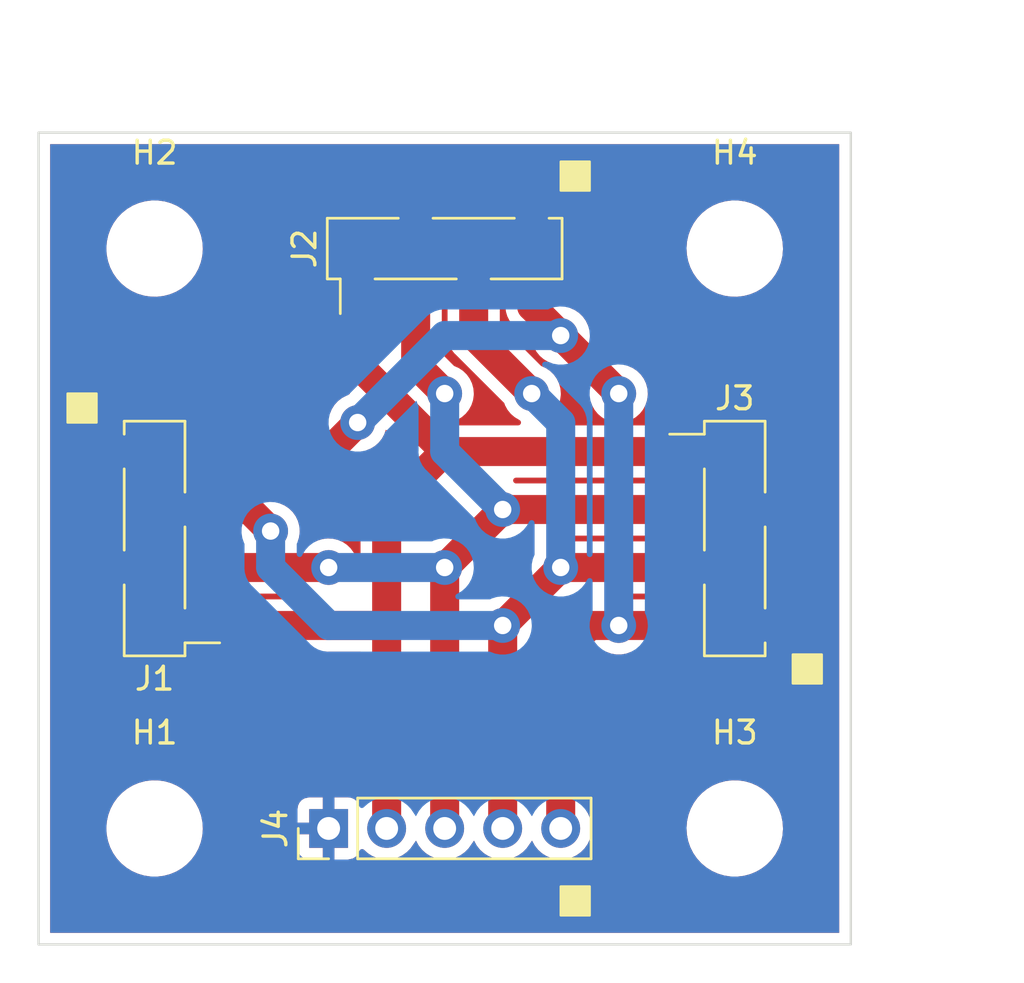
<source format=kicad_pcb>
(kicad_pcb (version 20200909) (generator pcbnew)

  (general
    (thickness 1.6)
  )

  (paper "A4")
  (layers
    (0 "F.Cu" signal)
    (31 "B.Cu" signal)
    (32 "B.Adhes" user)
    (33 "F.Adhes" user)
    (34 "B.Paste" user)
    (35 "F.Paste" user)
    (36 "B.SilkS" user)
    (37 "F.SilkS" user)
    (38 "B.Mask" user)
    (39 "F.Mask" user)
    (40 "Dwgs.User" user)
    (41 "Cmts.User" user)
    (42 "Eco1.User" user)
    (43 "Eco2.User" user)
    (44 "Edge.Cuts" user)
    (45 "Margin" user)
    (46 "B.CrtYd" user)
    (47 "F.CrtYd" user)
    (48 "B.Fab" user)
    (49 "F.Fab" user)
  )

  (setup
    (stackup
      (layer "F.SilkS" (type "Top Silk Screen"))
      (layer "F.Paste" (type "Top Solder Paste"))
      (layer "F.Mask" (type "Top Solder Mask") (color "Green") (thickness 0.01))
      (layer "F.Cu" (type "copper") (thickness 0.035))
      (layer "dielectric 1" (type "core") (thickness 1.51) (material "FR4") (epsilon_r 4.5) (loss_tangent 0.02))
      (layer "B.Cu" (type "copper") (thickness 0.035))
      (layer "B.Mask" (type "Bottom Solder Mask") (color "Green") (thickness 0.01))
      (layer "B.Paste" (type "Bottom Solder Paste"))
      (layer "B.SilkS" (type "Bottom Silk Screen"))
      (copper_finish "None")
      (dielectric_constraints no)
    )
    (pcbplotparams
      (layerselection 0x010fc_ffffffff)
      (usegerberextensions false)
      (usegerberattributes true)
      (usegerberadvancedattributes true)
      (creategerberjobfile true)
      (svguseinch false)
      (svgprecision 6)
      (excludeedgelayer true)
      (linewidth 0.100000)
      (plotframeref false)
      (viasonmask false)
      (mode 1)
      (useauxorigin false)
      (hpglpennumber 1)
      (hpglpenspeed 20)
      (hpglpendiameter 15.000000)
      (psnegative false)
      (psa4output false)
      (plotreference true)
      (plotvalue true)
      (plotinvisibletext false)
      (sketchpadsonfab false)
      (subtractmaskfromsilk false)
      (outputformat 1)
      (mirror false)
      (drillshape 0)
      (scaleselection 1)
      (outputdirectory "gerber")
    )
  )


  (net 0 "")
  (net 1 "Net-(J1-Pad4)")
  (net 2 "Net-(J1-Pad2)")
  (net 3 "Net-(J1-Pad3)")
  (net 4 "Net-(J1-Pad1)")
  (net 5 "GND")

  (module "MountingHole:MountingHole_3.2mm_M3" (layer "F.Cu") (tedit 56D1B4CB) (tstamp 08ea295d-b953-484a-a90d-15ba7cfb6fdb)
    (at 114.3 63.5)
    (descr "Mounting Hole 3.2mm, no annular, M3")
    (tags "mounting hole 3.2mm no annular m3")
    (property "Sheet file" "/Users/lpatiny/git/hackuarium/bioreactor/pcb/loadCell/loadCell.sch")
    (property "Sheet name" "")
    (path "/00000000-0000-0000-0000-00005f5f0239")
    (attr exclude_from_pos_files)
    (fp_text reference "H1" (at 0 -4.2) (layer "F.SilkS")
      (effects (font (size 1 1) (thickness 0.15)))
      (tstamp 96842d9d-18c4-4416-8d31-6bcdee5826e2)
    )
    (fp_text value "MountingHole" (at 0 4.2) (layer "F.Fab")
      (effects (font (size 1 1) (thickness 0.15)))
      (tstamp 9ac0a148-eda8-4386-82b5-d3b06ede77ec)
    )
    (fp_text user "${REFERENCE}" (at 0.3 0) (layer "F.Fab")
      (effects (font (size 1 1) (thickness 0.15)))
      (tstamp aacf7043-3fa8-4668-9568-885a1239c2fb)
    )
    (fp_circle (center 0 0) (end 3.2 0) (layer "Cmts.User") (width 0.15) (tstamp 1c5d0fae-b41b-4784-ade5-dc065ea7d75c))
    (fp_circle (center 0 0) (end 3.45 0) (layer "F.CrtYd") (width 0.05) (tstamp f29493cc-ea8f-4168-b99f-06dce395fc9a))
    (pad "1" np_thru_hole circle (at 0 0) (size 3.2 3.2) (drill 3.2) (layers *.Cu *.Mask) (tstamp a4aaa0ff-d6b2-4506-adb5-08bb430d295c))
  )

  (module "Connector_PinHeader_2.54mm:PinHeader_1x04_P2.54mm_Vertical_SMD_Pin1Left" (layer "F.Cu") (tedit 59FED5CC) (tstamp 10d935a1-407d-4be7-af15-02b938cbdb9a)
    (at 114.3 50.8 180)
    (descr "surface-mounted straight pin header, 1x04, 2.54mm pitch, single row, style 1 (pin 1 left)")
    (tags "Surface mounted pin header SMD 1x04 2.54mm single row style1 pin1 left")
    (property "Sheet file" "/Users/lpatiny/git/hackuarium/bioreactor/pcb/loadCell/loadCell.sch")
    (property "Sheet name" "")
    (path "/00000000-0000-0000-0000-00005f5f226a")
    (attr smd)
    (fp_text reference "J1" (at 0 -6.14) (layer "F.SilkS")
      (effects (font (size 1 1) (thickness 0.15)))
      (tstamp 9a61067e-0a8e-46f3-95cf-2ed9dd2c8a69)
    )
    (fp_text value "Conn_01x04_Male" (at 0 6.14) (layer "F.Fab")
      (effects (font (size 1 1) (thickness 0.15)))
      (tstamp 82b8a11c-0259-42ef-bbe2-f77e3dd3495d)
    )
    (fp_text user "${REFERENCE}" (at 0 0 180) (layer "F.Fab")
      (effects (font (size 1 1) (thickness 0.15)))
      (tstamp ea6a4565-7385-4913-b633-9761024743fe)
    )
    (fp_line (start -1.33 -3.05) (end -1.33 0.51) (layer "F.SilkS") (width 0.12) (tstamp 219a7b2c-f295-463d-83c7-9bc5fa7ff530))
    (fp_line (start 1.33 4.57) (end 1.33 5.14) (layer "F.SilkS") (width 0.12) (tstamp 308ca94a-afbf-4dd0-b191-a909b08cfd43))
    (fp_line (start 1.33 -5.14) (end 1.33 -2.03) (layer "F.SilkS") (width 0.12) (tstamp 53935c96-568a-42f4-8cea-cf6c243524d1))
    (fp_line (start -1.33 -4.57) (end -2.85 -4.57) (layer "F.SilkS") (width 0.12) (tstamp 6e5d06f7-4eb9-4419-a064-1e1b50b1b1d2))
    (fp_line (start -1.33 -5.14) (end -1.33 -4.57) (layer "F.SilkS") (width 0.12) (tstamp 8399612a-809f-44a1-a52c-c92d00e6275b))
    (fp_line (start 1.33 -0.51) (end 1.33 3.05) (layer "F.SilkS") (width 0.12) (tstamp 909525d2-2c9d-4b86-9d2b-d75325ac9489))
    (fp_line (start -1.33 5.14) (end 1.33 5.14) (layer "F.SilkS") (width 0.12) (tstamp e4f67b1a-68ad-4d80-88ec-fa921447e657))
    (fp_line (start -1.33 -5.14) (end 1.33 -5.14) (layer "F.SilkS") (width 0.12) (tstamp fdd06b27-eedd-4940-830d-e786dff50bc5))
    (fp_line (start -1.33 2.03) (end -1.33 5.14) (layer "F.SilkS") (width 0.12) (tstamp feab0e33-8daa-4e6b-a109-c46113880e5f))
    (fp_line (start 3.45 -5.6) (end -3.45 -5.6) (layer "F.CrtYd") (width 0.05) (tstamp 2aa0dbc9-328d-4159-a991-ad4b1cd7ea4a))
    (fp_line (start -3.45 5.6) (end 3.45 5.6) (layer "F.CrtYd") (width 0.05) (tstamp 2c86300e-91bd-49e2-abb4-45e3ecec98e2))
    (fp_line (start 3.45 5.6) (end 3.45 -5.6) (layer "F.CrtYd") (width 0.05) (tstamp f0256864-da26-4eac-a777-efa6f069b299))
    (fp_line (start -3.45 -5.6) (end -3.45 5.6) (layer "F.CrtYd") (width 0.05) (tstamp f053020d-04c6-43eb-ada2-d6a282bb0d5f))
    (fp_line (start -2.54 1.59) (end -1.27 1.59) (layer "F.Fab") (width 0.1) (tstamp 09cee7c8-2e61-4886-a3b1-ca7e49c3fea4))
    (fp_line (start -1.27 0.95) (end -2.54 0.95) (layer "F.Fab") (width 0.1) (tstamp 0ac5b980-15c2-41b4-a909-5d93dcc87788))
    (fp_line (start -2.54 -4.13) (end -2.54 -3.49) (layer "F.Fab") (width 0.1) (tstamp 1e4941f8-509d-4309-afb5-7caee14a3278))
    (fp_line (start 2.54 3.49) (end 2.54 4.13) (layer "F.Fab") (width 0.1) (tstamp 24d830d2-39b5-4e42-8e55-8cb103643b5a))
    (fp_line (start -2.54 -3.49) (end -1.27 -3.49) (layer "F.Fab") (width 0.1) (tstamp 2841b4a7-6a01-47f2-a2f8-36024126250c))
    (fp_line (start 2.54 -0.95) (end 1.27 -0.95) (layer "F.Fab") (width 0.1) (tstamp 36bf9c02-fe07-40e3-83f8-a748a068ab22))
    (fp_line (start 1.27 -5.08) (end 1.27 5.08) (layer "F.Fab") (width 0.1) (tstamp 5049e0ca-f2cc-47bc-b68e-58b74f3f1143))
    (fp_line (start -0.32 -5.08) (end 1.27 -5.08) (layer "F.Fab") (width 0.1) (tstamp 5defaeb3-f2c4-4a4c-8b49-74a228351bdf))
    (fp_line (start -1.27 5.08) (end -1.27 -4.13) (layer "F.Fab") (width 0.1) (tstamp 60024771-854c-4e7a-a023-5d6b1a1c454f))
    (fp_line (start 1.27 -1.59) (end 2.54 -1.59) (layer "F.Fab") (width 0.1) (tstamp 61ca318e-a5b6-41a0-ac4c-8186a373ae7b))
    (fp_line (start -2.54 0.95) (end -2.54 1.59) (layer "F.Fab") (width 0.1) (tstamp 830b8aea-3afe-4ba9-843a-7a40cfafffd2))
    (fp_line (start -1.27 -4.13) (end -2.54 -4.13) (layer "F.Fab") (width 0.1) (tstamp 8ecb2818-9dec-4336-a7ab-56f69d9eff7b))
    (fp_line (start 2.54 -1.59) (end 2.54 -0.95) (layer "F.Fab") (width 0.1) (tstamp a9fd9b99-14cc-435e-80b6-c2dcbcacc1ac))
    (fp_line (start 2.54 4.13) (end 1.27 4.13) (layer "F.Fab") (width 0.1) (tstamp b57ab5dd-d1ab-4c38-9949-0c1afa603a41))
    (fp_line (start 1.27 5.08) (end -1.27 5.08) (layer "F.Fab") (width 0.1) (tstamp cbd54ec8-9526-4d62-8e70-32a584975ce6))
    (fp_line (start -1.27 -4.13) (end -0.32 -5.08) (layer "F.Fab") (width 0.1) (tstamp e5fcff48-f37b-4e22-bb1e-0bd1915d22f8))
    (fp_line (start 1.27 3.49) (end 2.54 3.49) (layer "F.Fab") (width 0.1) (tstamp eacb71c8-73dc-41ab-9882-8aceb6368583))
    (pad "1" smd rect (at -1.655 -3.81 180) (size 2.51 1) (layers "F.Cu" "F.Paste" "F.Mask")
      (net 4 "Net-(J1-Pad1)") (pinfunction "Pin_1") (tstamp e855fa7d-c95e-48bf-a4b0-92de22c0fd7a))
    (pad "2" smd rect (at 1.655 -1.27 180) (size 2.51 1) (layers "F.Cu" "F.Paste" "F.Mask")
      (net 2 "Net-(J1-Pad2)") (pinfunction "Pin_2") (tstamp bc8b1b31-b47a-4f2b-b224-26cbe77babf4))
    (pad "3" smd rect (at -1.655 1.27 180) (size 2.51 1) (layers "F.Cu" "F.Paste" "F.Mask")
      (net 3 "Net-(J1-Pad3)") (pinfunction "Pin_3") (tstamp 95ac9a29-0548-4aa7-ac5d-60b8e6c03450))
    (pad "4" smd rect (at 1.655 3.81 180) (size 2.51 1) (layers "F.Cu" "F.Paste" "F.Mask")
      (net 1 "Net-(J1-Pad4)") (pinfunction "Pin_4") (tstamp 9913f34e-1cc3-4a6e-ad85-b2120024dea4))
    (model "${KISYS3DMOD}/Connector_PinHeader_2.54mm.3dshapes/PinHeader_1x04_P2.54mm_Vertical_SMD_Pin1Left.wrl"
      (offset (xyz 0 0 0))
      (scale (xyz 1 1 1))
      (rotate (xyz 0 0 0))
    )
  )

  (module "MountingHole:MountingHole_3.2mm_M3" (layer "F.Cu") (tedit 56D1B4CB) (tstamp 33f9a855-10ba-4424-b9a8-c35f46e91c9f)
    (at 114.3 38.1)
    (descr "Mounting Hole 3.2mm, no annular, M3")
    (tags "mounting hole 3.2mm no annular m3")
    (property "Sheet file" "/Users/lpatiny/git/hackuarium/bioreactor/pcb/loadCell/loadCell.sch")
    (property "Sheet name" "")
    (path "/00000000-0000-0000-0000-00005f5f0ed0")
    (attr exclude_from_pos_files)
    (fp_text reference "H2" (at 0 -4.2) (layer "F.SilkS")
      (effects (font (size 1 1) (thickness 0.15)))
      (tstamp 5333243f-e66c-46b1-a5ab-798720f8233e)
    )
    (fp_text value "MountingHole" (at 0 4.2) (layer "F.Fab")
      (effects (font (size 1 1) (thickness 0.15)))
      (tstamp b9b7bef9-05f6-4b22-9946-aabd61a5ff2a)
    )
    (fp_text user "${REFERENCE}" (at 0.3 0) (layer "F.Fab")
      (effects (font (size 1 1) (thickness 0.15)))
      (tstamp 96843f10-aa78-43b2-a0ff-656d625bbea1)
    )
    (fp_circle (center 0 0) (end 3.2 0) (layer "Cmts.User") (width 0.15) (tstamp 3ac72e75-ff95-48b3-851b-6414ace292bb))
    (fp_circle (center 0 0) (end 3.45 0) (layer "F.CrtYd") (width 0.05) (tstamp 8cffbf9f-b4ff-4b65-b377-f5eba2bb1f75))
    (pad "1" np_thru_hole circle (at 0 0) (size 3.2 3.2) (drill 3.2) (layers *.Cu *.Mask) (tstamp d031aa04-ff24-4fc2-88ce-2a9d8d605438))
  )

  (module "MountingHole:MountingHole_3.2mm_M3" (layer "F.Cu") (tedit 56D1B4CB) (tstamp 9a8eb4ff-38df-4347-bc8f-7754b71d7d91)
    (at 139.7 63.5)
    (descr "Mounting Hole 3.2mm, no annular, M3")
    (tags "mounting hole 3.2mm no annular m3")
    (property "Sheet file" "/Users/lpatiny/git/hackuarium/bioreactor/pcb/loadCell/loadCell.sch")
    (property "Sheet name" "")
    (path "/00000000-0000-0000-0000-00005f5f05c4")
    (attr exclude_from_pos_files)
    (fp_text reference "H3" (at 0 -4.2) (layer "F.SilkS")
      (effects (font (size 1 1) (thickness 0.15)))
      (tstamp f0998012-bc67-400a-83de-4a0172f0d3ec)
    )
    (fp_text value "MountingHole" (at 0 4.2) (layer "F.Fab")
      (effects (font (size 1 1) (thickness 0.15)))
      (tstamp 6f46f11e-a5ce-4aaf-bec4-1ec88800a8ba)
    )
    (fp_text user "${REFERENCE}" (at 0.3 0) (layer "F.Fab")
      (effects (font (size 1 1) (thickness 0.15)))
      (tstamp 4676c1ad-a451-44b2-8b19-a696ae420ff5)
    )
    (fp_circle (center 0 0) (end 3.2 0) (layer "Cmts.User") (width 0.15) (tstamp 24b2555b-c3d0-4843-b8ce-1046d51ea693))
    (fp_circle (center 0 0) (end 3.45 0) (layer "F.CrtYd") (width 0.05) (tstamp 2cb721db-e36d-47c5-9ea7-5f5a9fbfa01d))
    (pad "1" np_thru_hole circle (at 0 0) (size 3.2 3.2) (drill 3.2) (layers *.Cu *.Mask) (tstamp 5bb2cfd3-1c14-4193-95be-4d7223c05056))
  )

  (module "MountingHole:MountingHole_3.2mm_M3" (layer "F.Cu") (tedit 56D1B4CB) (tstamp a74dca46-ed0e-4eff-8bf9-a6e56486be8d)
    (at 139.7 38.1)
    (descr "Mounting Hole 3.2mm, no annular, M3")
    (tags "mounting hole 3.2mm no annular m3")
    (property "Sheet file" "/Users/lpatiny/git/hackuarium/bioreactor/pcb/loadCell/loadCell.sch")
    (property "Sheet name" "")
    (path "/00000000-0000-0000-0000-00005f5f15be")
    (attr exclude_from_pos_files)
    (fp_text reference "H4" (at 0 -4.2) (layer "F.SilkS")
      (effects (font (size 1 1) (thickness 0.15)))
      (tstamp bb51ac49-72d7-472c-ba2f-80c471a2ba71)
    )
    (fp_text value "MountingHole" (at 0 4.2) (layer "F.Fab")
      (effects (font (size 1 1) (thickness 0.15)))
      (tstamp 04a5d313-6949-4607-ba26-99286ba26fca)
    )
    (fp_text user "${REFERENCE}" (at 0.3 0) (layer "F.Fab")
      (effects (font (size 1 1) (thickness 0.15)))
      (tstamp 7ca0cce7-e01d-4199-a21c-6884925a3702)
    )
    (fp_circle (center 0 0) (end 3.2 0) (layer "Cmts.User") (width 0.15) (tstamp f58294f6-4531-43bc-b165-6cc84e440a41))
    (fp_circle (center 0 0) (end 3.45 0) (layer "F.CrtYd") (width 0.05) (tstamp 82c1ab4f-475b-4551-8946-202c54646171))
    (pad "1" np_thru_hole circle (at 0 0) (size 3.2 3.2) (drill 3.2) (layers *.Cu *.Mask) (tstamp 7bd3b626-1d47-4514-bf5a-65b896ed3290))
  )

  (module "Connector_PinHeader_2.54mm:PinHeader_1x04_P2.54mm_Vertical_SMD_Pin1Left" (layer "F.Cu") (tedit 59FED5CC) (tstamp a778b92e-8e80-4252-aa20-f9cb06a1d382)
    (at 127 38.1 90)
    (descr "surface-mounted straight pin header, 1x04, 2.54mm pitch, single row, style 1 (pin 1 left)")
    (tags "Surface mounted pin header SMD 1x04 2.54mm single row style1 pin1 left")
    (property "Sheet file" "/Users/lpatiny/git/hackuarium/bioreactor/pcb/loadCell/loadCell.sch")
    (property "Sheet name" "")
    (path "/00000000-0000-0000-0000-00005f5f3b60")
    (attr smd)
    (fp_text reference "J2" (at 0 -6.14 90) (layer "F.SilkS")
      (effects (font (size 1 1) (thickness 0.15)))
      (tstamp 4dca7270-3a9e-42b6-a316-e23876423dc4)
    )
    (fp_text value "Conn_01x04_Male" (at 0 6.14 90) (layer "F.Fab")
      (effects (font (size 1 1) (thickness 0.15)))
      (tstamp 9c26505f-1d5a-4143-bd15-133cbf9cfc92)
    )
    (fp_text user "${REFERENCE}" (at 0 0) (layer "F.Fab")
      (effects (font (size 1 1) (thickness 0.15)))
      (tstamp 76fed79b-3370-4b0b-ae0d-f68d2044222c)
    )
    (fp_line (start 1.33 -5.14) (end 1.33 -2.03) (layer "F.SilkS") (width 0.12) (tstamp 0799a324-c6b7-44bc-9e64-0c7ac937a4e0))
    (fp_line (start -1.33 -5.14) (end -1.33 -4.57) (layer "F.SilkS") (width 0.12) (tstamp 0db18013-881c-4823-9b7a-f72fdd8b9575))
    (fp_line (start 1.33 -0.51) (end 1.33 3.05) (layer "F.SilkS") (width 0.12) (tstamp 14ff26db-46a4-409a-8fa9-ec6c80e8f4dc))
    (fp_line (start -1.33 -3.05) (end -1.33 0.51) (layer "F.SilkS") (width 0.12) (tstamp 46bb2506-2edb-4ff1-9fa9-7c2550381f26))
    (fp_line (start -1.33 2.03) (end -1.33 5.14) (layer "F.SilkS") (width 0.12) (tstamp 6abb0f65-d970-4aea-91cb-68888b90bbfe))
    (fp_line (start -1.33 -4.57) (end -2.85 -4.57) (layer "F.SilkS") (width 0.12) (tstamp 97244163-8774-47de-a8c6-e8cc50371f08))
    (fp_line (start -1.33 -5.14) (end 1.33 -5.14) (layer "F.SilkS") (width 0.12) (tstamp b81efaba-3844-426f-8fbd-49d3081a746f))
    (fp_line (start -1.33 5.14) (end 1.33 5.14) (layer "F.SilkS") (width 0.12) (tstamp db9a0da7-0e08-4de5-9192-274c16b1b59e))
    (fp_line (start 1.33 4.57) (end 1.33 5.14) (layer "F.SilkS") (width 0.12) (tstamp e9789b28-5154-4e36-91c3-6615b834aa62))
    (fp_line (start -3.45 5.6) (end 3.45 5.6) (layer "F.CrtYd") (width 0.05) (tstamp 4eccc7a3-9f05-487d-86e9-c5548c876ff2))
    (fp_line (start 3.45 -5.6) (end -3.45 -5.6) (layer "F.CrtYd") (width 0.05) (tstamp 66342d6f-6505-4b35-85a3-042637b7dc7d))
    (fp_line (start -3.45 -5.6) (end -3.45 5.6) (layer "F.CrtYd") (width 0.05) (tstamp d3a17416-d850-44ef-9d3e-6f06cd916ed1))
    (fp_line (start 3.45 5.6) (end 3.45 -5.6) (layer "F.CrtYd") (width 0.05) (tstamp e5ed8e83-8375-4679-87fa-8b3983cca7c0))
    (fp_line (start -1.27 0.95) (end -2.54 0.95) (layer "F.Fab") (width 0.1) (tstamp 0b16a865-58f5-40bc-b631-41f8818d9a55))
    (fp_line (start 2.54 4.13) (end 1.27 4.13) (layer "F.Fab") (width 0.1) (tstamp 103260e3-857c-48f6-8c43-444da7dec505))
    (fp_line (start -2.54 -4.13) (end -2.54 -3.49) (layer "F.Fab") (width 0.1) (tstamp 1192423e-12fa-4176-a1a6-3cdc5e68555c))
    (fp_line (start -2.54 -3.49) (end -1.27 -3.49) (layer "F.Fab") (width 0.1) (tstamp 11fab257-dda4-41cc-9024-452d9313c511))
    (fp_line (start -1.27 5.08) (end -1.27 -4.13) (layer "F.Fab") (width 0.1) (tstamp 1ddd6c35-eaff-4ded-8308-2edf2f1afe71))
    (fp_line (start 2.54 -0.95) (end 1.27 -0.95) (layer "F.Fab") (width 0.1) (tstamp 221a8634-011d-48ce-a6d8-772299a90c04))
    (fp_line (start 1.27 -5.08) (end 1.27 5.08) (layer "F.Fab") (width 0.1) (tstamp 32c588d7-1666-4761-8407-b906a0dc177b))
    (fp_line (start 1.27 5.08) (end -1.27 5.08) (layer "F.Fab") (width 0.1) (tstamp 42bdbc57-db99-4e7a-9fa0-946feb2375d8))
    (fp_line (start 1.27 -1.59) (end 2.54 -1.59) (layer "F.Fab") (width 0.1) (tstamp 42d47d29-082e-4b00-b2d1-d90a6161b3e7))
    (fp_line (start -2.54 0.95) (end -2.54 1.59) (layer "F.Fab") (width 0.1) (tstamp 4d12555b-1744-44ca-acb4-5d8ef299e72c))
    (fp_line (start 1.27 3.49) (end 2.54 3.49) (layer "F.Fab") (width 0.1) (tstamp 56dfb19b-4de7-4935-8b5e-724c0af619c8))
    (fp_line (start 2.54 -1.59) (end 2.54 -0.95) (layer "F.Fab") (width 0.1) (tstamp 63ba4f1a-99e9-4ad5-9133-b2553317003b))
    (fp_line (start -0.32 -5.08) (end 1.27 -5.08) (layer "F.Fab") (width 0.1) (tstamp 70aadd6a-1564-4ee0-8ad5-18036d1a51a8))
    (fp_line (start 2.54 3.49) (end 2.54 4.13) (layer "F.Fab") (width 0.1) (tstamp 7e2a9ae3-7762-43d8-97b4-09e857e76901))
    (fp_line (start -1.27 -4.13) (end -2.54 -4.13) (layer "F.Fab") (width 0.1) (tstamp 860628da-3bc8-46b5-b461-54222a52e891))
    (fp_line (start -1.27 -4.13) (end -0.32 -5.08) (layer "F.Fab") (width 0.1) (tstamp a78b3fc2-cce4-4f70-8f5d-2837f36d06dd))
    (fp_line (start -2.54 1.59) (end -1.27 1.59) (layer "F.Fab") (width 0.1) (tstamp d2458402-6112-443b-87a5-e14492bcd56f))
    (pad "1" smd rect (at -1.655 -3.81 90) (size 2.51 1) (layers "F.Cu" "F.Paste" "F.Mask")
      (net 4 "Net-(J1-Pad1)") (pinfunction "Pin_1") (tstamp 06ad93d2-4732-46d0-9262-eea5a4c6d8ed))
    (pad "2" smd rect (at 1.655 -1.27 90) (size 2.51 1) (layers "F.Cu" "F.Paste" "F.Mask")
      (net 2 "Net-(J1-Pad2)") (pinfunction "Pin_2") (tstamp 92afe056-3095-45bc-be4a-1b60831d0428))
    (pad "3" smd rect (at -1.655 1.27 90) (size 2.51 1) (layers "F.Cu" "F.Paste" "F.Mask")
      (net 3 "Net-(J1-Pad3)") (pinfunction "Pin_3") (tstamp 573270db-7b9b-4e41-959f-23f6973bcd51))
    (pad "4" smd rect (at 1.655 3.81 90) (size 2.51 1) (layers "F.Cu" "F.Paste" "F.Mask")
      (net 1 "Net-(J1-Pad4)") (pinfunction "Pin_4") (tstamp cb421183-3c4e-4b54-affa-2d608427149f))
    (model "${KISYS3DMOD}/Connector_PinHeader_2.54mm.3dshapes/PinHeader_1x04_P2.54mm_Vertical_SMD_Pin1Left.wrl"
      (offset (xyz 0 0 0))
      (scale (xyz 1 1 1))
      (rotate (xyz 0 0 0))
    )
  )

  (module "Connector_PinHeader_2.54mm:PinHeader_1x04_P2.54mm_Vertical_SMD_Pin1Left" (layer "F.Cu") (tedit 59FED5CC) (tstamp d7ea913e-ae94-4de3-af68-6327fef4bb69)
    (at 139.7 50.8)
    (descr "surface-mounted straight pin header, 1x04, 2.54mm pitch, single row, style 1 (pin 1 left)")
    (tags "Surface mounted pin header SMD 1x04 2.54mm single row style1 pin1 left")
    (property "Sheet file" "/Users/lpatiny/git/hackuarium/bioreactor/pcb/loadCell/loadCell.sch")
    (property "Sheet name" "")
    (path "/00000000-0000-0000-0000-00005f5f4685")
    (attr smd)
    (fp_text reference "J3" (at 0 -6.14) (layer "F.SilkS")
      (effects (font (size 1 1) (thickness 0.15)))
      (tstamp faac92a4-8ce5-4b59-a082-181f13bb09ee)
    )
    (fp_text value "Conn_01x04_Male" (at 0 6.14) (layer "F.Fab")
      (effects (font (size 1 1) (thickness 0.15)))
      (tstamp 6a7c44ae-7330-48ef-be7a-f56a4a5a374a)
    )
    (fp_text user "${REFERENCE}" (at 0 0 90) (layer "F.Fab")
      (effects (font (size 1 1) (thickness 0.15)))
      (tstamp 1422580e-84ac-48fd-bbb1-2eaa265f4e9a)
    )
    (fp_line (start 1.33 4.57) (end 1.33 5.14) (layer "F.SilkS") (width 0.12) (tstamp 3f67b68d-5a5a-4da7-89e5-d982393fd06d))
    (fp_line (start -1.33 -4.57) (end -2.85 -4.57) (layer "F.SilkS") (width 0.12) (tstamp 509a39d4-cdcf-491b-8659-6b5061295c65))
    (fp_line (start -1.33 -5.14) (end -1.33 -4.57) (layer "F.SilkS") (width 0.12) (tstamp 51ece0ca-0c95-49b0-baf9-1b6fd3c0b75b))
    (fp_line (start 1.33 -0.51) (end 1.33 3.05) (layer "F.SilkS") (width 0.12) (tstamp 5c00fd93-e147-4ce4-8882-c4560dee4694))
    (fp_line (start -1.33 2.03) (end -1.33 5.14) (layer "F.SilkS") (width 0.12) (tstamp 91efdf58-4eb8-422c-9230-c83a8c9a7701))
    (fp_line (start -1.33 5.14) (end 1.33 5.14) (layer "F.SilkS") (width 0.12) (tstamp befd0756-8509-4142-a10c-7c4b7a5bc405))
    (fp_line (start -1.33 -5.14) (end 1.33 -5.14) (layer "F.SilkS") (width 0.12) (tstamp ce47d7c1-e0de-4662-85a3-b5182947e7d3))
    (fp_line (start -1.33 -3.05) (end -1.33 0.51) (layer "F.SilkS") (width 0.12) (tstamp cfbc2a6c-1d8e-48f2-81e3-09d2dbf56d45))
    (fp_line (start 1.33 -5.14) (end 1.33 -2.03) (layer "F.SilkS") (width 0.12) (tstamp e85cac8e-b015-442e-aa65-fe573a1feab4))
    (fp_line (start 3.45 -5.6) (end -3.45 -5.6) (layer "F.CrtYd") (width 0.05) (tstamp 3030e92c-c360-4139-8aca-b53f5ccc4487))
    (fp_line (start 3.45 5.6) (end 3.45 -5.6) (layer "F.CrtYd") (width 0.05) (tstamp 6259a5cb-1aca-4c78-897e-325a090bb09c))
    (fp_line (start -3.45 5.6) (end 3.45 5.6) (layer "F.CrtYd") (width 0.05) (tstamp ae3d226b-ad5b-4652-a87a-0e2c10c7c7e4))
    (fp_line (start -3.45 -5.6) (end -3.45 5.6) (layer "F.CrtYd") (width 0.05) (tstamp bbe01fdc-6621-4ee3-890e-fe94b09e83e8))
    (fp_line (start 2.54 -0.95) (end 1.27 -0.95) (layer "F.Fab") (width 0.1) (tstamp 0640b10e-5efd-4518-8642-c6b13613686a))
    (fp_line (start -2.54 1.59) (end -1.27 1.59) (layer "F.Fab") (width 0.1) (tstamp 089ebcf5-91a1-492c-8ddb-26182117f7af))
    (fp_line (start -1.27 -4.13) (end -2.54 -4.13) (layer "F.Fab") (width 0.1) (tstamp 1f2687f8-83f5-45f3-9559-2bb5ca19c79d))
    (fp_line (start -2.54 -4.13) (end -2.54 -3.49) (layer "F.Fab") (width 0.1) (tstamp 304fc988-41d4-4da6-9979-f664b9d4b123))
    (fp_line (start 2.54 3.49) (end 2.54 4.13) (layer "F.Fab") (width 0.1) (tstamp 528a0971-9f02-45be-bf73-20322f4464d2))
    (fp_line (start -1.27 5.08) (end -1.27 -4.13) (layer "F.Fab") (width 0.1) (tstamp 53689e07-36df-44bc-a430-3007212a1e24))
    (fp_line (start -1.27 0.95) (end -2.54 0.95) (layer "F.Fab") (width 0.1) (tstamp 629f58e4-8070-49d0-858e-6b80c0c0bdcf))
    (fp_line (start 1.27 5.08) (end -1.27 5.08) (layer "F.Fab") (width 0.1) (tstamp 77bc6eda-d58a-4904-a500-36e00a195111))
    (fp_line (start 2.54 -1.59) (end 2.54 -0.95) (layer "F.Fab") (width 0.1) (tstamp 78834a7b-9231-4b69-ac2f-64926ca099da))
    (fp_line (start 1.27 3.49) (end 2.54 3.49) (layer "F.Fab") (width 0.1) (tstamp 7b9ff51d-7a3f-496a-a5e9-7aedf2bea44a))
    (fp_line (start 1.27 -1.59) (end 2.54 -1.59) (layer "F.Fab") (width 0.1) (tstamp 7ebc2e07-0c59-4007-b83d-5270b832f77e))
    (fp_line (start -2.54 -3.49) (end -1.27 -3.49) (layer "F.Fab") (width 0.1) (tstamp a897dd20-5398-4d1d-9311-fd64df2e64b3))
    (fp_line (start -2.54 0.95) (end -2.54 1.59) (layer "F.Fab") (width 0.1) (tstamp ac90b2c1-83e0-43ae-8ca8-b532eaa790fe))
    (fp_line (start -1.27 -4.13) (end -0.32 -5.08) (layer "F.Fab") (width 0.1) (tstamp c1cb6122-ab42-479f-9ac0-f39dc97ff14f))
    (fp_line (start 2.54 4.13) (end 1.27 4.13) (layer "F.Fab") (width 0.1) (tstamp c5731867-8fb8-4b52-9b3c-5d06d11d98c4))
    (fp_line (start -0.32 -5.08) (end 1.27 -5.08) (layer "F.Fab") (width 0.1) (tstamp cc315d8f-409a-4cc1-a698-19a0fe8ae65f))
    (fp_line (start 1.27 -5.08) (end 1.27 5.08) (layer "F.Fab") (width 0.1) (tstamp ccfb6432-08fd-4fb7-8c7e-f565bde16d4a))
    (pad "1" smd rect (at -1.655 -3.81) (size 2.51 1) (layers "F.Cu" "F.Paste" "F.Mask")
      (net 4 "Net-(J1-Pad1)") (pinfunction "Pin_1") (tstamp 09eba808-c2a0-4ae1-a156-ec8d513808c1))
    (pad "2" smd rect (at 1.655 -1.27) (size 2.51 1) (layers "F.Cu" "F.Paste" "F.Mask")
      (net 2 "Net-(J1-Pad2)") (pinfunction "Pin_2") (tstamp 741f5726-ac45-4155-ac29-df1fb4e9eccd))
    (pad "3" smd rect (at -1.655 1.27) (size 2.51 1) (layers "F.Cu" "F.Paste" "F.Mask")
      (net 3 "Net-(J1-Pad3)") (pinfunction "Pin_3") (tstamp fd20642b-b4bc-4196-916d-1bf6910722f8))
    (pad "4" smd rect (at 1.655 3.81) (size 2.51 1) (layers "F.Cu" "F.Paste" "F.Mask")
      (net 1 "Net-(J1-Pad4)") (pinfunction "Pin_4") (tstamp 86d1d51b-5390-4349-ab2d-ef41933f9680))
    (model "${KISYS3DMOD}/Connector_PinHeader_2.54mm.3dshapes/PinHeader_1x04_P2.54mm_Vertical_SMD_Pin1Left.wrl"
      (offset (xyz 0 0 0))
      (scale (xyz 1 1 1))
      (rotate (xyz 0 0 0))
    )
  )

  (module "Connector_PinHeader_2.54mm:PinHeader_1x05_P2.54mm_Vertical" (layer "F.Cu") (tedit 59FED5CC) (tstamp f1d412ac-3c26-4214-b8dc-49149fc9a231)
    (at 121.92 63.5 90)
    (descr "Through hole straight pin header, 1x05, 2.54mm pitch, single row")
    (tags "Through hole pin header THT 1x05 2.54mm single row")
    (property "Sheet file" "/Users/lpatiny/git/hackuarium/bioreactor/pcb/loadCell/loadCell.sch")
    (property "Sheet name" "")
    (path "/62b4112b-e019-40c1-9c85-45337c581147")
    (attr through_hole)
    (fp_text reference "J4" (at 0 -2.33 90) (layer "F.SilkS")
      (effects (font (size 1 1) (thickness 0.15)))
      (tstamp dd9f5f8f-ad9e-4a48-ac4e-80d82d246021)
    )
    (fp_text value "Conn_01x05_Male" (at 0 12.49 90) (layer "F.Fab")
      (effects (font (size 1 1) (thickness 0.15)))
      (tstamp ac2b3184-9298-4c73-9dc4-2962725760cc)
    )
    (fp_text user "${REFERENCE}" (at 0 5.08) (layer "F.Fab")
      (effects (font (size 1 1) (thickness 0.15)))
      (tstamp 9d4d11aa-d744-4bf9-afb5-871f9b7fe612)
    )
    (fp_line (start -1.33 0) (end -1.33 -1.33) (layer "F.SilkS") (width 0.12) (tstamp 068ceff5-698c-4bb8-ad10-3a2c159ad9c0))
    (fp_line (start -1.33 11.49) (end 1.33 11.49) (layer "F.SilkS") (width 0.12) (tstamp 4152b8c9-0eb2-4e1f-b4cb-d4ca0807d0e3))
    (fp_line (start -1.33 -1.33) (end 0 -1.33) (layer "F.SilkS") (width 0.12) (tstamp 520cb023-eb11-453f-9cda-547c2deec83a))
    (fp_line (start -1.33 1.27) (end 1.33 1.27) (layer "F.SilkS") (width 0.12) (tstamp 8cf47997-888f-4821-8c50-fe6d1d0ac929))
    (fp_line (start 1.33 1.27) (end 1.33 11.49) (layer "F.SilkS") (width 0.12) (tstamp 92c1b1a4-4377-4ecc-885e-19b29852748a))
    (fp_line (start -1.33 1.27) (end -1.33 11.49) (layer "F.SilkS") (width 0.12) (tstamp c1edbce1-f17c-4f37-845d-9427982572e5))
    (fp_line (start -1.8 11.95) (end 1.8 11.95) (layer "F.CrtYd") (width 0.05) (tstamp 128e22c3-a59e-4252-9a00-a16425b6e961))
    (fp_line (start 1.8 11.95) (end 1.8 -1.8) (layer "F.CrtYd") (width 0.05) (tstamp 2d5dfe2d-ed84-41d2-b7df-1aee1d4c1a91))
    (fp_line (start -1.8 -1.8) (end -1.8 11.95) (layer "F.CrtYd") (width 0.05) (tstamp 5e21047d-397d-442b-943b-6a8f27ce7bc8))
    (fp_line (start 1.8 -1.8) (end -1.8 -1.8) (layer "F.CrtYd") (width 0.05) (tstamp 8fd73d00-4f25-48cb-acdf-ffc11d2c0ddd))
    (fp_line (start 1.27 -1.27) (end 1.27 11.43) (layer "F.Fab") (width 0.1) (tstamp 168acdfc-dfe4-4453-a691-347049194e91))
    (fp_line (start -1.27 11.43) (end -1.27 -0.635) (layer "F.Fab") (width 0.1) (tstamp 35279080-134e-4e40-9856-c9589a9609a4))
    (fp_line (start -0.635 -1.27) (end 1.27 -1.27) (layer "F.Fab") (width 0.1) (tstamp 37e643ea-63a6-4f86-abcc-96089889dcc3))
    (fp_line (start 1.27 11.43) (end -1.27 11.43) (layer "F.Fab") (width 0.1) (tstamp 474a529f-3187-4263-aa98-580ed38e5fd6))
    (fp_line (start -1.27 -0.635) (end -0.635 -1.27) (layer "F.Fab") (width 0.1) (tstamp 8bfb6e70-e973-427d-951d-bab96498046e))
    (pad "1" thru_hole rect (at 0 0 90) (size 1.7 1.7) (drill 1) (layers *.Cu *.Mask)
      (net 5 "GND") (pinfunction "Pin_1") (tstamp 2ce9a4c9-200b-483b-8cf5-246e5b59232d))
    (pad "2" thru_hole oval (at 0 2.54 90) (size 1.7 1.7) (drill 1) (layers *.Cu *.Mask)
      (net 4 "Net-(J1-Pad1)") (pinfunction "Pin_2") (tstamp 77b1d7d5-a781-415a-ad8d-20ec55d4fa62))
    (pad "3" thru_hole oval (at 0 5.08 90) (size 1.7 1.7) (drill 1) (layers *.Cu *.Mask)
      (net 2 "Net-(J1-Pad2)") (pinfunction "Pin_3") (tstamp 745e6d14-d011-4a64-ad85-7592882290ff))
    (pad "4" thru_hole oval (at 0 7.62 90) (size 1.7 1.7) (drill 1) (layers *.Cu *.Mask)
      (net 3 "Net-(J1-Pad3)") (pinfunction "Pin_4") (tstamp 3c152493-c741-4189-b207-bd90d040355a))
    (pad "5" thru_hole oval (at 0 10.16 90) (size 1.7 1.7) (drill 1) (layers *.Cu *.Mask)
      (net 1 "Net-(J1-Pad4)") (pinfunction "Pin_5") (tstamp 7a7ca0eb-0dc1-4445-8f27-ff811a4b964c))
    (model "${KISYS3DMOD}/Connector_PinHeader_2.54mm.3dshapes/PinHeader_1x05_P2.54mm_Vertical.wrl"
      (offset (xyz 0 0 0))
      (scale (xyz 1 1 1))
      (rotate (xyz 0 0 0))
    )
  )

  (gr_poly (pts
 (xy 133.35 35.56)
    (xy 132.08 35.56)
    (xy 132.08 34.29)
    (xy 133.35 34.29)) (layer "F.SilkS") (width 0.1) (tstamp 4d586440-8265-4c51-bacc-1dc18f61335d))
  (gr_poly (pts
 (xy 143.51 57.15)
    (xy 142.24 57.15)
    (xy 142.24 55.88)
    (xy 143.51 55.88)) (layer "F.SilkS") (width 0.1) (tstamp c10d0091-bd0a-4475-a04e-65608c147544))
  (gr_poly (pts
 (xy 111.76 45.72)
    (xy 110.49 45.72)
    (xy 110.49 44.45)
    (xy 111.76 44.45)) (layer "F.SilkS") (width 0.1) (tstamp cebb9928-aabc-4d86-b03c-f94c9397f125))
  (gr_poly (pts
 (xy 133.35 67.31)
    (xy 132.08 67.31)
    (xy 132.08 66.04)
    (xy 133.35 66.04)) (layer "F.SilkS") (width 0.1) (tstamp ffc4d24c-b48f-4ab2-9757-f5c709af790c))
  (gr_rect (start 109.22 33.02) (end 144.78 68.58) (layer "Edge.Cuts") (width 0.1) (tstamp 1617aa40-97f0-4512-9fb2-1f9fa230e4da))
  (dimension (type aligned) (layer "Cmts.User") (tstamp 0f520afe-73f5-4a9b-ada7-77b9962ecc84)
    (pts (xy 139.7 38.1) (xy 139.7 63.5))
    (height -8.89)
    (gr_text "25.4000 mm" (at 149.74 50.8 270) (layer "Cmts.User") (tstamp 193485f7-66fb-4c0e-a2ad-3c31173a2495)
      (effects (font (size 1 1) (thickness 0.15)))
    )
    (format (units 3) (units_format 1) (precision 4))
    (style (thickness 0.15) (arrow_length 1.27) (text_position_mode 0) (extension_height 0.58642) (extension_offset 0.5) keep_text_aligned)
  )
  (dimension (type aligned) (layer "Cmts.User") (tstamp c187c7a4-2199-4de8-ad3e-415b82007347)
    (pts (xy 114.3 38.1) (xy 139.7 38.1))
    (height -8.89)
    (gr_text "25.4000 mm" (at 127 28.06) (layer "Cmts.User") (tstamp 3cfc6fd4-9abc-414e-90cc-386097148ea9)
      (effects (font (size 1 1) (thickness 0.15)))
    )
    (format (units 3) (units_format 1) (precision 4))
    (style (thickness 0.15) (arrow_length 1.27) (text_position_mode 0) (extension_height 0.58642) (extension_offset 0.5) keep_text_aligned)
  )

  (segment (start 112.645 46.99) (end 121.92 46.99) (width 1.27) (layer "F.Cu") (net 1) (tstamp 629379ce-2275-4df8-a90e-cb3be7be28b1))
  (segment (start 121.92 46.99) (end 123.19 45.72) (width 1.27) (layer "F.Cu") (net 1) (tstamp 67ebda09-22a4-4994-9e11-e4bcdbe15ee5))
  (segment (start 141.355 54.61) (end 134.62 54.61) (width 1.27) (layer "F.Cu") (net 1) (tstamp 765d2c42-601f-4c00-9471-2e5df2c93e68))
  (segment (start 130.81 40.64) (end 132.08 41.91) (width 1.27) (layer "F.Cu") (net 1) (tstamp 7cdf90fe-e1b7-4599-a9fb-11102f959d26))
  (segment (start 132.08 55.88) (end 132.08 57.15) (width 1.27) (layer "F.Cu") (net 1) (tstamp 8129f6ba-5e2c-41bf-9da7-8213dcbd2d22))
  (segment (start 132.08 41.91) (end 134.62 44.45) (width 1.27) (layer "F.Cu") (net 1) (tstamp 86f8823a-2226-4ccd-83d1-3f85a8e79799))
  (segment (start 130.81 36.445) (end 130.81 40.64) (width 1.27) (layer "F.Cu") (net 1) (tstamp b931f61b-52f1-425c-96e4-264d419dfdb4))
  (segment (start 134.62 54.61) (end 133.35 54.61) (width 1.27) (layer "F.Cu") (net 1) (tstamp ba971db2-a862-4968-93e1-66a38ef22df1))
  (segment (start 132.08 57.15) (end 132.08 63.5) (width 1.27) (layer "F.Cu") (net 1) (tstamp cc80fa4f-900c-4c9f-b638-ee30df09f9bd))
  (segment (start 133.35 54.61) (end 132.08 55.88) (width 1.27) (layer "F.Cu") (net 1) (tstamp cd408323-4cf8-434e-9307-28a54c6a5c14))
  (via (at 134.62 54.61) (size 1.524) (drill 0.762) (layers "F.Cu" "B.Cu") (net 1) (tstamp 4577e993-babc-4511-b4c0-bed650395839))
  (via (at 123.19 45.72) (size 1.524) (drill 0.762) (layers "F.Cu" "B.Cu") (net 1) (tstamp 87652cf4-6e96-48a1-96f5-79044e17bea8))
  (via (at 132.08 41.91) (size 1.524) (drill 0.762) (layers "F.Cu" "B.Cu") (net 1) (tstamp eb9aab2e-03d9-48a2-b2d6-6dd06918e8cd))
  (via (at 134.62 44.45) (size 1.524) (drill 0.762) (layers "F.Cu" "B.Cu") (net 1) (tstamp fd4fb2f8-59ff-4325-a80c-ddd509837411))
  (segment (start 123.19 45.72) (end 127 41.91) (width 1.27) (layer "B.Cu") (net 1) (tstamp 63befca5-175f-44bd-8f2f-ab5c8f2b9420))
  (segment (start 127 41.91) (end 132.08 41.91) (width 1.27) (layer "B.Cu") (net 1) (tstamp ec5be71d-1eb0-4ad1-af7b-c7ac4793c5f6))
  (segment (start 134.62 44.45) (end 134.62 54.61) (width 1.27) (layer "B.Cu") (net 1) (tstamp f115eead-9b70-4c5f-8a30-e129a77bdc51))
  (segment (start 141.355 49.53) (end 129.54 49.53) (width 1.27) (layer "F.Cu") (net 2) (tstamp 109dc9d7-cf1d-4d2c-af2f-2a828b17d5b8))
  (segment (start 112.645 52.07) (end 121.92 52.07) (width 1.27) (layer "F.Cu") (net 2) (tstamp 35e6c017-f4cf-42bd-be41-02675a25b3d1))
  (segment (start 125.73 36.445) (end 125.73 43.18) (width 1.27) (layer "F.Cu") (net 2) (tstamp 3e5ff5a1-fffc-4bd4-bec7-18bb35b0fbdd))
  (segment (start 127 52.07) (end 127 63.5) (width 1.27) (layer "F.Cu") (net 2) (tstamp 6303a5db-cee4-4237-b729-66f2125cdbb5))
  (segment (start 125.73 43.18) (end 127 44.45) (width 1.27) (layer "F.Cu") (net 2) (tstamp 95129a2c-e7af-40b2-b9b6-e20d4c77097c))
  (segment (start 129.54 49.53) (end 127 52.07) (width 1.27) (layer "F.Cu") (net 2) (tstamp b499db14-ae32-4979-9065-2f2ed5ac4cd0))
  (via (at 129.54 49.53) (size 1.524) (drill 0.762) (layers "F.Cu" "B.Cu") (net 2) (tstamp 32fc305b-eb29-4e2d-8bf5-162bce927cb3))
  (via (at 121.92 52.07) (size 1.524) (drill 0.762) (layers "F.Cu" "B.Cu") (net 2) (tstamp 33dbbfcd-b8de-4ae1-944d-f3019957cbc5))
  (via (at 127 44.45) (size 1.524) (drill 0.762) (layers "F.Cu" "B.Cu") (net 2) (tstamp cbcea9d3-a826-4ce4-8ef9-031bfb01809e))
  (via (at 127 52.07) (size 1.524) (drill 0.762) (layers "F.Cu" "B.Cu") (net 2) (tstamp e89298ea-dfe1-4f62-95a7-a270f26b863e))
  (segment (start 127 46.99) (end 129.54 49.53) (width 1.27) (layer "B.Cu") (net 2) (tstamp 0a826bac-050d-4034-9dde-c1f25c928327))
  (segment (start 121.92 52.07) (end 127 52.07) (width 1.27) (layer "B.Cu") (net 2) (tstamp 91322cfc-a008-4438-9995-f6c8b7693df2))
  (segment (start 127 44.45) (end 127 46.99) (width 1.27) (layer "B.Cu") (net 2) (tstamp e44aa092-77db-4c30-9f06-4357e7dd6415))
  (segment (start 138.045 52.07) (end 132.08 52.07) (width 1.27) (layer "F.Cu") (net 3) (tstamp 071363f7-3981-46c2-adec-a99a41b78fc9))
  (segment (start 128.27 39.755) (end 128.27 41.91) (width 1.27) (layer "F.Cu") (net 3) (tstamp 46700812-6097-43dc-a2b4-59ff595f0f67))
  (segment (start 118.437 49.53) (end 119.38 50.473) (width 1.27) (layer "F.Cu") (net 3) (tstamp a208dba1-fe0b-4ddc-908c-79b1085242e0))
  (segment (start 115.955 49.53) (end 118.437 49.53) (width 1.27) (layer "F.Cu") (net 3) (tstamp a8005004-4ea1-4858-a226-170f1d4f1826))
  (segment (start 132.08 52.07) (end 129.54 54.61) (width 1.27) (layer "F.Cu") (net 3) (tstamp bfb3526f-de94-4140-b88b-bd11b01bdcc4))
  (segment (start 128.27 41.91) (end 130.81 44.45) (width 1.27) (layer "F.Cu") (net 3) (tstamp bfd6921e-eed2-48ac-b982-9911fb116792))
  (segment (start 129.54 54.61) (end 129.54 63.5) (width 1.27) (layer "F.Cu") (net 3) (tstamp edf47cee-5c73-4311-972e-1e7e6955aa0b))
  (via (at 132.08 52.07) (size 1.524) (drill 0.762) (layers "F.Cu" "B.Cu") (net 3) (tstamp 28847553-d453-46ab-81fd-9ce325fc7c4c))
  (via (at 130.81 44.45) (size 1.524) (drill 0.762) (layers "F.Cu" "B.Cu") (net 3) (tstamp 410928b3-45a9-4d57-9e7c-620723bf2aa3))
  (via (at 129.54 54.61) (size 1.524) (drill 0.762) (layers "F.Cu" "B.Cu") (net 3) (tstamp 8efc2f9e-9775-4268-8dbf-80a65b00b823))
  (via (at 119.38 50.473) (size 1.524) (drill 0.762) (layers "F.Cu" "B.Cu") (net 3) (tstamp eea7b658-b78b-475c-b2a0-c3fe6605e224))
  (segment (start 119.38 50.473) (end 119.38 52.07) (width 1.27) (layer "B.Cu") (net 3) (tstamp 2489645b-78a6-4915-a395-97cb36e55b30))
  (segment (start 132.08 45.72) (end 132.08 52.07) (width 1.27) (layer "B.Cu") (net 3) (tstamp 7285fafe-378f-44f7-b753-6afa47f7245b))
  (segment (start 121.92 54.61) (end 129.54 54.61) (width 1.27) (layer "B.Cu") (net 3) (tstamp 8eab0a64-1447-4184-9da0-2cca969bcd7c))
  (segment (start 130.81 44.45) (end 132.08 45.72) (width 1.27) (layer "B.Cu") (net 3) (tstamp 9a2fb480-c99c-49ed-a5a3-635f28ef8efb))
  (segment (start 119.38 52.07) (end 121.92 54.61) (width 1.27) (layer "B.Cu") (net 3) (tstamp b9e9e635-faa3-4cf6-a115-7ca51234d7e5))
  (segment (start 115.955 54.61) (end 124.46 54.61) (width 1.27) (layer "F.Cu") (net 4) (tstamp 0d32ac38-4776-4a7a-9aa4-477d16022ff0))
  (segment (start 124.46 49.53) (end 124.46 54.61) (width 1.27) (layer "F.Cu") (net 4) (tstamp 864e2fae-cc4f-4deb-8dd5-fc7ed7b9e6c1))
  (segment (start 124.46 54.61) (end 124.46 63.5) (width 1.27) (layer "F.Cu") (net 4) (tstamp a75d50c9-ef9e-4571-b591-471144b13953))
  (segment (start 127 46.99) (end 123.19 43.18) (width 1.27) (layer "F.Cu") (net 4) (tstamp a76dcea8-22db-4f39-b9a4-60df26ac366a))
  (segment (start 138.045 46.99) (end 127 46.99) (width 1.27) (layer "F.Cu") (net 4) (tstamp d38ff6b5-0a44-44f2-854d-cb30b023f0e3))
  (segment (start 123.19 43.18) (end 123.19 39.755) (width 1.27) (layer "F.Cu") (net 4) (tstamp d44aa7ee-4449-4b39-85db-1ed7fc8e38ce))
  (segment (start 127 46.99) (end 124.46 49.53) (width 1.27) (layer "F.Cu") (net 4) (tstamp dee33978-f63b-4821-9f49-9043050b2afb))

  (zone (net 5) (net_name "GND") (layer "F.Cu") (tstamp 549553cf-87c9-44a9-a15b-d67af0694be1) (hatch edge 0.508)
    (connect_pads (clearance 0.508))
    (min_thickness 0.254) (filled_areas_thickness no)
    (fill yes (thermal_gap 0.508) (thermal_bridge_width 0.508))
    (polygon
      (pts
        (xy 144.78 68.58)
        (xy 109.22 68.58)
        (xy 109.22 33.02)
        (xy 144.78 33.02)
      )
    )
    (filled_polygon
      (layer F.Cu)
      (pts
        (xy 144.271501 68.0715)
        (xy 109.7285 68.0715)
        (xy 109.7285 63.477876)
        (xy 112.187116 63.477876)
        (xy 112.203661 63.764827)
        (xy 112.216555 63.830546)
        (xy 112.258999 64.046885)
        (xy 112.352103 64.31882)
        (xy 112.481252 64.575605)
        (xy 112.54749 64.671981)
        (xy 112.644056 64.812485)
        (xy 112.837499 65.025077)
        (xy 113.058014 65.209457)
        (xy 113.301495 65.362192)
        (xy 113.563471 65.480479)
        (xy 113.839062 65.562112)
        (xy 114.123191 65.60559)
        (xy 114.410586 65.610104)
        (xy 114.695937 65.575573)
        (xy 114.973961 65.502635)
        (xy 115.239514 65.392639)
        (xy 115.322237 65.3443)
        (xy 115.487686 65.247619)
        (xy 115.713872 65.070267)
        (xy 115.9139 64.863853)
        (xy 115.914917 64.862469)
        (xy 116.084065 64.632202)
        (xy 116.221216 64.379601)
        (xy 116.2324 64.350002)
        (xy 120.557 64.350002)
        (xy 120.603358 64.563105)
        (xy 120.682301 64.685945)
        (xy 120.792651 64.781563)
        (xy 120.925474 64.84222)
        (xy 121.069997 64.863)
        (xy 121.666 64.863)
        (xy 121.666001 63.754)
        (xy 120.557 63.753999)
        (xy 120.557 64.350002)
        (xy 116.2324 64.350002)
        (xy 116.322816 64.110724)
        (xy 116.364432 63.929018)
        (xy 116.386986 63.830544)
        (xy 116.412537 63.544251)
        (xy 116.413 63.499998)
        (xy 116.39345 63.213234)
        (xy 116.388914 63.191327)
        (xy 116.335163 62.931772)
        (xy 116.239216 62.660827)
        (xy 116.233627 62.649997)
        (xy 120.557 62.649997)
        (xy 120.557 63.246)
        (xy 121.666 63.246001)
        (xy 121.666001 62.137)
        (xy 121.069998 62.137)
        (xy 120.856895 62.183358)
        (xy 120.734055 62.262301)
        (xy 120.638437 62.372651)
        (xy 120.57778 62.505474)
        (xy 120.557 62.649997)
        (xy 116.233627 62.649997)
        (xy 116.107385 62.405409)
        (xy 115.942109 62.170246)
        (xy 115.746448 61.959689)
        (xy 115.524021 61.777635)
        (xy 115.503256 61.76491)
        (xy 115.27895 61.627454)
        (xy 115.015748 61.511917)
        (xy 114.73932 61.433174)
        (xy 114.568578 61.408875)
        (xy 114.454752 61.392675)
        (xy 114.263133 61.391672)
        (xy 114.167325 61.39117)
        (xy 114.167324 61.39117)
        (xy 114.072333 61.403676)
        (xy 113.882348 61.428687)
        (xy 113.605109 61.504531)
        (xy 113.472911 61.560918)
        (xy 113.340718 61.617303)
        (xy 113.340714 61.617305)
        (xy 113.094084 61.76491)
        (xy 112.869761 61.944627)
        (xy 112.671903 62.153126)
        (xy 112.504177 62.386541)
        (xy 112.369679 62.640561)
        (xy 112.369678 62.640565)
        (xy 112.270899 62.910492)
        (xy 112.223019 63.130095)
        (xy 112.209668 63.191326)
        (xy 112.187116 63.477876)
        (xy 109.7285 63.477876)
        (xy 109.7285 46.489997)
        (xy 110.877 46.489997)
        (xy 110.877 47.490002)
        (xy 110.90844 47.634529)
        (xy 110.923359 47.703108)
        (xy 111.0023 47.825944)
        (xy 111.002301 47.825945)
        (xy 111.062029 47.877699)
        (xy 111.112651 47.921563)
        (xy 111.245471 47.98222)
        (xy 111.317735 47.99261)
        (xy 111.389997 48.003)
        (xy 112.114111 48.003)
        (xy 112.205488 48.051076)
        (xy 112.406213 48.113403)
        (xy 112.576019 48.1335)
        (xy 118.432891 48.1335)
        (xy 118.483226 48.148279)
        (xy 118.522923 48.1335)
        (xy 121.879803 48.1335)
        (xy 121.919952 48.136131)
        (xy 121.950061 48.138105)
        (xy 121.950064 48.138105)
        (xy 122.039521 48.127517)
        (xy 122.129298 48.119268)
        (xy 122.129301 48.119267)
        (xy 122.129303 48.119267)
        (xy 122.143814 48.115175)
        (xy 122.158782 48.113403)
        (xy 122.158785 48.113402)
        (xy 122.158786 48.113402)
        (xy 122.24483 48.086685)
        (xy 122.331579 48.062219)
        (xy 122.331583 48.062218)
        (xy 122.331584 48.062218)
        (xy 122.331586 48.062217)
        (xy 122.345114 48.055546)
        (xy 122.359512 48.051075)
        (xy 122.439216 48.009141)
        (xy 122.520088 47.969258)
        (xy 122.52009 47.969257)
        (xy 122.532175 47.960233)
        (xy 122.545521 47.953211)
        (xy 122.597263 47.91242)
        (xy 122.616252 47.89745)
        (xy 122.64515 47.875871)
        (xy 122.688494 47.843505)
        (xy 122.747757 47.779395)
        (xy 123.606354 46.920798)
        (xy 123.745134 46.868358)
        (xy 123.745133 46.868358)
        (xy 123.745137 46.868357)
        (xy 123.93972 46.751901)
        (xy 124.110605 46.602829)
        (xy 124.252391 46.425851)
        (xy 124.309162 46.321292)
        (xy 124.360599 46.226558)
        (xy 124.424923 46.032076)
        (xy 125.382847 46.99)
        (xy 123.679862 48.692985)
        (xy 123.678642 48.694055)
        (xy 123.626908 48.739425)
        (xy 123.611606 48.758836)
        (xy 123.571145 48.810161)
        (xy 123.513491 48.879483)
        (xy 123.506122 48.892642)
        (xy 123.496787 48.904483)
        (xy 123.454827 48.984235)
        (xy 123.410792 49.062866)
        (xy 123.405946 49.077143)
        (xy 123.398923 49.090491)
        (xy 123.372181 49.176613)
        (xy 123.343234 49.261889)
        (xy 123.341071 49.276804)
        (xy 123.336597 49.291214)
        (xy 123.329287 49.35298)
        (xy 123.326001 49.380738)
        (xy 123.313074 49.469892)
        (xy 123.3165 49.55709)
        (xy 123.3165 51.489956)
        (xy 123.296498 51.558077)
        (xy 123.242842 51.60457)
        (xy 123.172568 51.614674)
        (xy 123.107988 51.58518)
        (xy 123.076774 51.5442)
        (xy 123.017877 51.420719)
        (xy 122.885546 51.236561)
        (xy 122.722698 51.078749)
        (xy 122.534477 50.952271)
        (xy 122.326836 50.861122)
        (xy 122.326834 50.861122)
        (xy 122.326833 50.861121)
        (xy 122.106329 50.808183)
        (xy 121.879936 50.795129)
        (xy 121.879934 50.795129)
        (xy 121.772066 50.808183)
        (xy 121.654809 50.822373)
        (xy 121.438064 50.889052)
        (xy 121.36551 50.9265)
        (xy 120.568148 50.9265)
        (xy 120.6218 50.764264)
        (xy 120.653752 50.539757)
        (xy 120.6555 50.472998)
        (xy 120.635342 50.247128)
        (xy 120.575504 50.0284)
        (xy 120.575503 50.028396)
        (xy 120.477876 49.823718)
        (xy 120.477876 49.823717)
        (xy 120.345546 49.639561)
        (xy 120.182698 49.481749)
        (xy 119.994477 49.355271)
        (xy 119.789402 49.265249)
        (xy 119.274011 48.749858)
        (xy 119.264862 48.739425)
        (xy 119.227576 48.696909)
        (xy 119.156794 48.641108)
        (xy 119.087518 48.583491)
        (xy 119.08015 48.579365)
        (xy 119.074361 48.576123)
        (xy 119.062518 48.566787)
        (xy 119.062519 48.566787)
        (xy 119.062517 48.566786)
        (xy 119.007385 48.53778)
        (xy 118.982749 48.524818)
        (xy 118.904136 48.480793)
        (xy 118.889861 48.475947)
        (xy 118.876512 48.468924)
        (xy 118.790403 48.442186)
        (xy 118.705109 48.413233)
        (xy 118.690194 48.41107)
        (xy 118.675789 48.406597)
        (xy 118.645948 48.403066)
        (xy 118.586271 48.396003)
        (xy 118.504841 48.384195)
        (xy 118.471822 48.369068)
        (xy 118.437837 48.385403)
        (xy 118.42531 48.385895)
        (xy 118.409911 48.3865)
        (xy 115.900581 48.3865)
        (xy 115.745702 48.400732)
        (xy 115.543418 48.457781)
        (xy 115.423334 48.517)
        (xy 114.699998 48.517)
        (xy 114.486895 48.563358)
        (xy 114.486894 48.563359)
        (xy 114.486892 48.563359)
        (xy 114.364056 48.6423)
        (xy 114.268437 48.752651)
        (xy 114.20778 48.885471)
        (xy 114.20778 48.885474)
        (xy 114.187 49.029997)
        (xy 114.187 50.030002)
        (xy 114.21844 50.174529)
        (xy 114.233359 50.243108)
        (xy 114.3123 50.365944)
        (xy 114.422651 50.461563)
        (xy 114.555471 50.52222)
        (xy 114.627735 50.53261)
        (xy 114.699997 50.543)
        (xy 115.424111 50.543)
        (xy 115.515488 50.591076)
        (xy 115.716213 50.653403)
        (xy 115.886019 50.6735)
        (xy 117.963348 50.6735)
        (xy 118.001253 50.711405)
        (xy 118.035279 50.773717)
        (xy 118.030214 50.844532)
        (xy 117.987667 50.901368)
        (xy 117.912158 50.9265)
        (xy 112.590581 50.9265)
        (xy 112.435702 50.940732)
        (xy 112.233418 50.997781)
        (xy 112.113334 51.057)
        (xy 111.389998 51.057)
        (xy 111.176895 51.103358)
        (xy 111.176894 51.103359)
        (xy 111.176892 51.103359)
        (xy 111.054056 51.1823)
        (xy 110.958437 51.292651)
        (xy 110.89778 51.425471)
        (xy 110.89778 51.425474)
        (xy 110.877 51.569997)
        (xy 110.877 52.570002)
        (xy 110.923358 52.783105)
        (xy 110.923359 52.783108)
        (xy 110.964644 52.847349)
        (xy 111.002301 52.905945)
        (xy 111.062029 52.957699)
        (xy 111.112651 53.001563)
        (xy 111.245471 53.06222)
        (xy 111.317736 53.07261)
        (xy 111.389997 53.083)
        (xy 112.114111 53.083)
        (xy 112.205488 53.131076)
        (xy 112.406213 53.193403)
        (xy 112.576019 53.2135)
        (xy 121.34793 53.2135)
        (xy 121.371631 53.222172)
        (xy 121.428731 53.264364)
        (xy 121.453956 53.330728)
        (xy 121.439297 53.400195)
        (xy 121.389408 53.450709)
        (xy 121.328335 53.4665)
        (xy 115.900581 53.4665)
        (xy 115.745702 53.480732)
        (xy 115.543418 53.537781)
        (xy 115.423334 53.597)
        (xy 114.699998 53.597)
        (xy 114.486895 53.643358)
        (xy 114.486894 53.643359)
        (xy 114.486892 53.643359)
        (xy 114.364056 53.7223)
        (xy 114.268437 53.832651)
        (xy 114.20778 53.965471)
        (xy 114.20778 53.965474)
        (xy 114.187 54.109997)
        (xy 114.187 55.110002)
        (xy 114.21844 55.254529)
        (xy 114.233359 55.323108)
        (xy 114.3123 55.445944)
        (xy 114.422651 55.541563)
        (xy 114.555471 55.60222)
        (xy 114.622714 55.611888)
        (xy 114.699997 55.623)
        (xy 115.424111 55.623)
        (xy 115.515488 55.671076)
        (xy 115.716213 55.733403)
        (xy 115.886019 55.7535)
        (xy 123.3165 55.7535)
        (xy 123.316501 62.175756)
        (xy 123.296499 62.243877)
        (xy 123.242843 62.29037)
        (xy 123.172569 62.300474)
        (xy 123.107989 62.270981)
        (xy 123.04735 62.218438)
        (xy 122.914526 62.15778)
        (xy 122.770003 62.137)
        (xy 122.174 62.137)
        (xy 122.173999 63.246001)
        (xy 122.174 63.246001)
        (xy 122.173999 64.863)
        (xy 122.770002 64.863)
        (xy 122.983105 64.816642)
        (xy 123.105945 64.737699)
        (xy 123.201563 64.627349)
        (xy 123.269745 64.47805)
        (xy 123.273941 64.479966)
        (xy 123.289403 64.446129)
        (xy 123.349138 64.407759)
        (xy 123.420134 64.407775)
        (xy 123.468999 64.4351)
        (xy 123.635931 64.58567)
        (xy 123.772195 64.671979)
        (xy 123.830638 64.708997)
        (xy 124.043336 64.797752)
        (xy 124.212183 64.836578)
        (xy 124.267952 64.849402)
        (xy 124.498057 64.862469)
        (xy 124.498058 64.862469)
        (xy 124.727071 64.836579)
        (xy 124.727074 64.836578)
        (xy 124.727075 64.836578)
        (xy 124.917056 64.781563)
        (xy 124.94846 64.772469)
        (xy 125.155868 64.671981)
        (xy 125.343386 64.537978)
        (xy 125.449135 64.431302)
        (xy 125.505646 64.374296)
        (xy 125.638007 64.185616)
        (xy 125.638009 64.185612)
        (xy 125.744393 64.033962)
        (xy 125.751952 64.047855)
        (xy 125.862102 64.250305)
        (xy 126.004789 64.431302)
        (xy 126.175931 64.58567)
        (xy 126.312195 64.671979)
        (xy 126.370638 64.708997)
        (xy 126.583336 64.797752)
        (xy 126.752183 64.836578)
        (xy 126.807952 64.849402)
        (xy 127.038057 64.862469)
        (xy 127.038058 64.862469)
        (xy 127.267071 64.836579)
        (xy 127.267074 64.836578)
        (xy 127.267075 64.836578)
        (xy 127.457056 64.781563)
        (xy 127.48846 64.772469)
        (xy 127.695868 64.671981)
        (xy 127.883386 64.537978)
        (xy 127.989135 64.431302)
        (xy 128.045646 64.374296)
        (xy 128.178007 64.185616)
        (xy 128.178009 64.185612)
        (xy 128.284393 64.033962)
        (xy 128.291952 64.047855)
        (xy 128.402102 64.250305)
        (xy 128.544789 64.431302)
        (xy 128.715931 64.58567)
        (xy 128.852195 64.671979)
        (xy 128.910638 64.708997)
        (xy 129.123336 64.797752)
        (xy 129.292183 64.836578)
        (xy 129.347952 64.849402)
        (xy 129.578057 64.862469)
        (xy 129.578058 64.862469)
        (xy 129.807071 64.836579)
        (xy 129.807074 64.836578)
        (xy 129.807075 64.836578)
        (xy 129.997056 64.781563)
        (xy 130.02846 64.772469)
        (xy 130.235868 64.671981)
        (xy 130.423386 64.537978)
        (xy 130.529135 64.431302)
        (xy 130.585646 64.374296)
        (xy 130.718007 64.185616)
        (xy 130.718009 64.185612)
        (xy 130.824393 64.033962)
        (xy 130.831952 64.047855)
        (xy 130.942102 64.250305)
        (xy 131.084789 64.431302)
        (xy 131.255931 64.58567)
        (xy 131.392195 64.671979)
        (xy 131.450638 64.708997)
        (xy 131.663336 64.797752)
        (xy 131.832183 64.836578)
        (xy 131.887952 64.849402)
        (xy 132.118057 64.862469)
        (xy 132.118058 64.862469)
        (xy 132.347071 64.836579)
        (xy 132.347074 64.836578)
        (xy 132.347075 64.836578)
        (xy 132.537056 64.781563)
        (xy 132.56846 64.772469)
        (xy 132.775868 64.671981)
        (xy 132.963386 64.537978)
        (xy 133.069135 64.431302)
        (xy 133.125646 64.374296)
        (xy 133.258007 64.185616)
        (xy 133.258009 64.185612)
        (xy 133.356683 63.977337)
        (xy 133.418859 63.755399)
        (xy 133.442749 63.526167)
        (xy 133.443 63.500003)
        (xy 133.441124 63.477876)
        (xy 137.587116 63.477876)
        (xy 137.603661 63.764827)
        (xy 137.616555 63.830546)
        (xy 137.658999 64.046885)
        (xy 137.752103 64.31882)
        (xy 137.881252 64.575605)
        (xy 137.94749 64.671981)
        (xy 138.044056 64.812485)
        (xy 138.237499 65.025077)
        (xy 138.458014 65.209457)
        (xy 138.701495 65.362192)
        (xy 138.963471 65.480479)
        (xy 139.239062 65.562112)
        (xy 139.523191 65.60559)
        (xy 139.810586 65.610104)
        (xy 140.095937 65.575573)
        (xy 140.373961 65.502635)
        (xy 140.639514 65.392639)
        (xy 140.722237 65.3443)
        (xy 140.887686 65.247619)
        (xy 141.113872 65.070267)
        (xy 141.3139 64.863853)
        (xy 141.314917 64.862469)
        (xy 141.484065 64.632202)
        (xy 141.621216 64.379601)
        (xy 141.722816 64.110724)
        (xy 141.764432 63.929018)
        (xy 141.786986 63.830544)
        (xy 141.812537 63.544251)
        (xy 141.813 63.499998)
        (xy 141.79345 63.213234)
        (xy 141.788914 63.191327)
        (xy 141.735163 62.931772)
        (xy 141.639216 62.660827)
        (xy 141.507385 62.405409)
        (xy 141.342109 62.170246)
        (xy 141.146448 61.959689)
        (xy 140.924021 61.777635)
        (xy 140.903256 61.76491)
        (xy 140.67895 61.627454)
        (xy 140.415748 61.511917)
        (xy 140.13932 61.433174)
        (xy 139.968578 61.408875)
        (xy 139.854752 61.392675)
        (xy 139.663133 61.391672)
        (xy 139.567325 61.39117)
        (xy 139.567324 61.39117)
        (xy 139.472333 61.403676)
        (xy 139.282348 61.428687)
        (xy 139.005109 61.504531)
        (xy 138.872912 61.560918)
        (xy 138.740718 61.617303)
        (xy 138.740714 61.617305)
        (xy 138.494084 61.76491)
        (xy 138.269761 61.944627)
        (xy 138.071903 62.153126)
        (xy 137.904177 62.386541)
        (xy 137.769679 62.640561)
        (xy 137.769678 62.640565)
        (xy 137.670899 62.910492)
        (xy 137.623019 63.130095)
        (xy 137.609668 63.191326)
        (xy 137.587116 63.477876)
        (xy 133.441124 63.477876)
        (xy 133.441123 63.477873)
        (xy 133.423514 63.270349)
        (xy 133.365612 63.047264)
        (xy 133.313589 62.931775)
        (xy 133.270952 62.837125)
        (xy 133.2235 62.766642)
        (xy 133.2235 56.353652)
        (xy 133.823653 55.7535)
        (xy 134.047932 55.7535)
        (xy 134.158816 55.794077)
        (xy 134.289876 55.842038)
        (xy 134.513269 55.881027)
        (xy 134.513272 55.881027)
        (xy 134.740035 55.879839)
        (xy 134.963005 55.838515)
        (xy 135.187991 55.7535)
        (xy 141.409419 55.7535)
        (xy 141.564298 55.739268)
        (xy 141.766582 55.682219)
        (xy 141.886666 55.623)
        (xy 142.610002 55.623)
        (xy 142.823105 55.576642)
        (xy 142.823106 55.576641)
        (xy 142.823108 55.576641)
        (xy 142.945944 55.4977)
        (xy 143.041563 55.387349)
        (xy 143.10222 55.254529)
        (xy 143.114685 55.167833)
        (xy 143.123 55.110003)
        (xy 143.123 54.109998)
        (xy 143.076642 53.896895)
        (xy 143.076641 53.896894)
        (xy 143.076641 53.896892)
        (xy 142.9977 53.774056)
        (xy 142.977434 53.756495)
        (xy 142.887349 53.678437)
        (xy 142.754529 53.61778)
        (xy 142.682264 53.60739)
        (xy 142.610003 53.597)
        (xy 141.885889 53.597)
        (xy 141.794512 53.548924)
        (xy 141.593787 53.486597)
        (xy 141.423981 53.4665)
        (xy 135.175769 53.4665)
        (xy 135.14928 53.454872)
        (xy 135.094946 53.409176)
        (xy 135.073942 53.341358)
        (xy 135.092937 53.27295)
        (xy 135.145901 53.225671)
        (xy 135.199928 53.2135)
        (xy 138.099419 53.2135)
        (xy 138.254298 53.199268)
        (xy 138.456582 53.142219)
        (xy 138.576666 53.083)
        (xy 139.300002 53.083)
        (xy 139.513105 53.036642)
        (xy 139.513106 53.036641)
        (xy 139.513108 53.036641)
        (xy 139.635944 52.9577)
        (xy 139.731563 52.847349)
        (xy 139.79222 52.714529)
        (xy 139.804685 52.627833)
        (xy 139.813 52.570003)
        (xy 139.813 51.569998)
        (xy 139.766642 51.356895)
        (xy 139.766641 51.356894)
        (xy 139.766641 51.356892)
        (xy 139.6877 51.234056)
        (xy 139.577349 51.138437)
        (xy 139.444529 51.07778)
        (xy 139.372264 51.06739)
        (xy 139.300003 51.057)
        (xy 138.575889 51.057)
        (xy 138.484512 51.008924)
        (xy 138.283787 50.946597)
        (xy 138.113981 50.9265)
        (xy 132.635769 50.9265)
        (xy 132.60928 50.914872)
        (xy 132.554946 50.869176)
        (xy 132.533942 50.801358)
        (xy 132.552937 50.73295)
        (xy 132.605901 50.685671)
        (xy 132.659928 50.6735)
        (xy 141.409419 50.6735)
        (xy 141.564298 50.659268)
        (xy 141.766582 50.602219)
        (xy 141.886666 50.543)
        (xy 142.610002 50.543)
        (xy 142.823105 50.496642)
        (xy 142.823106 50.496641)
        (xy 142.823108 50.496641)
        (xy 142.945944 50.4177)
        (xy 143.041563 50.307349)
        (xy 143.10222 50.174529)
        (xy 143.123 50.03)
        (xy 143.123 49.029997)
        (xy 143.076642 48.816895)
        (xy 143.076641 48.816894)
        (xy 143.076641 48.816892)
        (xy 142.9977 48.694056)
        (xy 142.887349 48.598437)
        (xy 142.754529 48.53778)
        (xy 142.682264 48.52739)
        (xy 142.610003 48.517)
        (xy 141.885889 48.517)
        (xy 141.794512 48.468924)
        (xy 141.593787 48.406597)
        (xy 141.423981 48.3865)
        (xy 130.095769 48.3865)
        (xy 130.06928 48.374872)
        (xy 130.014946 48.329176)
        (xy 129.993942 48.261358)
        (xy 130.012937 48.19295)
        (xy 130.065901 48.145671)
        (xy 130.119928 48.1335)
        (xy 138.099419 48.1335)
        (xy 138.254298 48.119268)
        (xy 138.456582 48.062219)
        (xy 138.576666 48.003)
        (xy 139.300002 48.003)
        (xy 139.513105 47.956642)
        (xy 139.513106 47.956641)
        (xy 139.513108 47.956641)
        (xy 139.635944 47.8777)
        (xy 139.731563 47.767349)
        (xy 139.79222 47.634529)
        (xy 139.813 47.49)
        (xy 139.813 46.489997)
        (xy 139.766642 46.276895)
        (xy 139.766641 46.276894)
        (xy 139.766641 46.276892)
        (xy 139.6877 46.154056)
        (xy 139.577349 46.058437)
        (xy 139.444529 45.99778)
        (xy 139.372265 45.98739)
        (xy 139.300003 45.977)
        (xy 138.575889 45.977)
        (xy 138.484512 45.928924)
        (xy 138.283787 45.866597)
        (xy 138.113981 45.8465)
        (xy 135.208356 45.8465)
        (xy 135.140235 45.826498)
        (xy 135.093742 45.772842)
        (xy 135.083638 45.702568)
        (xy 135.113132 45.637988)
        (xy 135.163818 45.602634)
        (xy 135.175137 45.598357)
        (xy 135.36972 45.481901)
        (xy 135.540605 45.332829)
        (xy 135.682391 45.155851)
        (xy 135.731844 45.064769)
        (xy 135.790596 44.956564)
        (xy 135.861801 44.74126)
        (xy 135.893752 44.516757)
        (xy 135.8955 44.449998)
        (xy 135.875342 44.224128)
        (xy 135.815504 44.0054)
        (xy 135.815503 44.005396)
        (xy 135.717876 43.800718)
        (xy 135.717876 43.800717)
        (xy 135.585546 43.616561)
        (xy 135.422698 43.458749)
        (xy 135.234477 43.332271)
        (xy 135.159941 43.299552)
        (xy 135.029402 43.242249)
        (xy 133.284147 41.496994)
        (xy 133.275503 41.465396)
        (xy 133.261647 41.436347)
        (xy 133.177877 41.260719)
        (xy 133.045546 41.076561)
        (xy 132.882698 40.918749)
        (xy 132.694477 40.792271)
        (xy 132.489402 40.702249)
        (xy 131.9535 40.166347)
        (xy 131.9535 38.077876)
        (xy 137.587116 38.077876)
        (xy 137.603661 38.364827)
        (xy 137.616555 38.430546)
        (xy 137.658999 38.646885)
        (xy 137.752103 38.91882)
        (xy 137.881252 39.175605)
        (xy 137.977392 39.315489)
        (xy 138.044056 39.412485)
        (xy 138.237499 39.625077)
        (xy 138.458014 39.809457)
        (xy 138.701495 39.962192)
        (xy 138.963471 40.080479)
        (xy 139.239062 40.162112)
        (xy 139.523191 40.20559)
        (xy 139.810586 40.210104)
        (xy 140.095937 40.175573)
        (xy 140.373961 40.102635)
        (xy 140.639514 39.992639)
        (xy 140.722237 39.9443)
        (xy 140.887686 39.847619)
        (xy 141.113872 39.670267)
        (xy 141.3139 39.463853)
        (xy 141.313901 39.463852)
        (xy 141.484065 39.232202)
        (xy 141.621216 38.979601)
        (xy 141.722816 38.710724)
        (xy 141.771078 38.5)
        (xy 141.786986 38.430544)
        (xy 141.812537 38.144251)
        (xy 141.813 38.099998)
        (xy 141.79345 37.813234)
        (xy 141.788914 37.791327)
        (xy 141.735163 37.531772)
        (xy 141.639216 37.260827)
        (xy 141.507385 37.005409)
        (xy 141.342109 36.770246)
        (xy 141.146448 36.559689)
        (xy 140.924021 36.377635)
        (xy 140.924018 36.377633)
        (xy 140.67895 36.227454)
        (xy 140.415748 36.111917)
        (xy 140.13932 36.033174)
        (xy 139.944789 36.005489)
        (xy 139.854752 35.992675)
        (xy 139.663133 35.991672)
        (xy 139.567325 35.99117)
        (xy 139.567324 35.99117)
        (xy 139.472333 36.003676)
        (xy 139.282348 36.028687)
        (xy 139.005109 36.104531)
        (xy 138.872911 36.160918)
        (xy 138.740718 36.217303)
        (xy 138.740714 36.217305)
        (xy 138.494084 36.36491)
        (xy 138.269761 36.544627)
        (xy 138.071903 36.753126)
        (xy 137.904177 36.986541)
        (xy 137.769679 37.240561)
        (xy 137.769678 37.240565)
        (xy 137.670899 37.510492)
        (xy 137.609668 37.791327)
        (xy 137.59062 38.033359)
        (xy 137.587116 38.077876)
        (xy 131.9535 38.077876)
        (xy 131.9535 36.390586)
        (xy 131.939268 36.235702)
        (xy 131.904358 36.111919)
        (xy 131.882219 36.033418)
        (xy 131.823 35.913334)
        (xy 131.823 35.189998)
        (xy 131.776642 34.976895)
        (xy 131.776641 34.976894)
        (xy 131.776641 34.976892)
        (xy 131.6977 34.854056)
        (xy 131.587349 34.758437)
        (xy 131.454529 34.69778)
        (xy 131.382264 34.68739)
        (xy 131.310003 34.677)
        (xy 130.309998 34.677)
        (xy 130.096895 34.723358)
        (xy 130.096894 34.723359)
        (xy 130.096892 34.723359)
        (xy 129.974056 34.8023)
        (xy 129.878437 34.912651)
        (xy 129.81778 35.045471)
        (xy 129.797 35.19)
        (xy 129.797 35.914112)
        (xy 129.748924 36.005489)
        (xy 129.686597 36.206214)
        (xy 129.667815 36.36491)
        (xy 129.6665 36.376023)
        (xy 129.666501 40.599792)
        (xy 129.66523 40.61918)
        (xy 129.648966 40.663592)
        (xy 129.664627 40.693144)
        (xy 129.672487 40.759559)
        (xy 129.675493 40.792271)
        (xy 129.680733 40.849299)
        (xy 129.684825 40.863812)
        (xy 129.686598 40.878786)
        (xy 129.713326 40.964865)
        (xy 129.737784 41.051585)
        (xy 129.744453 41.065109)
        (xy 129.748926 41.079514)
        (xy 129.790891 41.159276)
        (xy 129.830742 41.240088)
        (xy 129.839764 41.252169)
        (xy 129.846786 41.265516)
        (xy 129.902571 41.336279)
        (xy 129.956496 41.408494)
        (xy 130.020593 41.467745)
        (xy 130.879959 42.327113)
        (xy 130.900962 42.388454)
        (xy 130.914773 42.428793)
        (xy 131.013561 42.606279)
        (xy 131.025061 42.62694)
        (xy 131.168686 42.802418)
        (xy 131.16869 42.802421)
        (xy 131.341127 42.949696)
        (xy 131.536919 43.064107)
        (xy 131.663148 43.1103)
        (xy 133.419959 44.867112)
        (xy 133.447939 44.948834)
        (xy 133.454773 44.968793)
        (xy 133.550587 45.140935)
        (xy 133.565061 45.16694)
        (xy 133.708686 45.342418)
        (xy 133.70869 45.342421)
        (xy 133.881127 45.489696)
        (xy 134.076919 45.604107)
        (xy 134.076921 45.604108)
        (xy 134.086628 45.60978)
        (xy 134.085212 45.612204)
        (xy 134.128738 45.644371)
        (xy 134.153958 45.710737)
        (xy 134.139294 45.780203)
        (xy 134.089403 45.830713)
        (xy 134.028337 45.8465)
        (xy 131.398356 45.8465)
        (xy 131.330235 45.826498)
        (xy 131.283742 45.772842)
        (xy 131.273638 45.702568)
        (xy 131.303132 45.637988)
        (xy 131.353818 45.602634)
        (xy 131.365137 45.598357)
        (xy 131.55972 45.481901)
        (xy 131.730605 45.332829)
        (xy 131.872391 45.155851)
        (xy 131.921844 45.064769)
        (xy 131.980596 44.956564)
        (xy 132.051801 44.74126)
        (xy 132.083752 44.516757)
        (xy 132.0855 44.449998)
        (xy 132.065342 44.224128)
        (xy 132.005504 44.0054)
        (xy 132.005503 44.005396)
        (xy 131.907876 43.800718)
        (xy 131.907876 43.800717)
        (xy 131.775546 43.616561)
        (xy 131.612698 43.458749)
        (xy 131.424477 43.332271)
        (xy 131.349941 43.299552)
        (xy 131.219402 43.242249)
        (xy 129.4135 41.436347)
        (xy 129.4135 40.707953)
        (xy 129.430227 40.650985)
        (xy 129.4135 40.61094)
        (xy 129.4135 39.700581)
        (xy 129.399268 39.545702)
        (xy 129.342219 39.343418)
        (xy 129.283 39.223334)
        (xy 129.283 38.499998)
        (xy 129.236642 38.286895)
        (xy 129.236641 38.286894)
        (xy 129.236641 38.286892)
        (xy 129.1577 38.164056)
        (xy 129.047349 38.068437)
        (xy 128.914529 38.00778)
        (xy 128.842264 37.99739)
        (xy 128.770003 37.987)
        (xy 127.769998 37.987)
        (xy 127.556895 38.033358)
        (xy 127.556894 38.033359)
        (xy 127.556892 38.033359)
        (xy 127.434056 38.1123)
        (xy 127.338437 38.222651)
        (xy 127.27778 38.355471)
        (xy 127.257 38.5)
        (xy 127.257 39.224112)
        (xy 127.208924 39.315489)
        (xy 127.146597 39.516214)
        (xy 127.1265 39.686019)
        (xy 127.1265 39.686023)
        (xy 127.126501 41.869793)
        (xy 127.12523 41.889181)
        (xy 127.108966 41.933592)
        (xy 127.124627 41.963144)
        (xy 127.132487 42.029559)
        (xy 127.139493 42.105805)
        (xy 127.140733 42.119299)
        (xy 127.144825 42.133812)
        (xy 127.146598 42.148786)
        (xy 127.173326 42.234865)
        (xy 127.197784 42.321585)
        (xy 127.204453 42.335109)
        (xy 127.208926 42.349514)
        (xy 127.250891 42.429276)
        (xy 127.290742 42.510088)
        (xy 127.299764 42.522169)
        (xy 127.306786 42.535516)
        (xy 127.362571 42.606279)
        (xy 127.416496 42.678494)
        (xy 127.416499 42.678497)
        (xy 127.480588 42.73774)
        (xy 129.609959 44.867112)
        (xy 129.637939 44.948834)
        (xy 129.644773 44.968793)
        (xy 129.740587 45.140935)
        (xy 129.755061 45.16694)
        (xy 129.898686 45.342418)
        (xy 129.89869 45.342421)
        (xy 130.071127 45.489696)
        (xy 130.266919 45.604107)
        (xy 130.266921 45.604108)
        (xy 130.276628 45.60978)
        (xy 130.275212 45.612204)
        (xy 130.318738 45.644371)
        (xy 130.343958 45.710737)
        (xy 130.329294 45.780203)
        (xy 130.279403 45.830713)
        (xy 130.218337 45.8465)
        (xy 127.588356 45.8465)
        (xy 127.520235 45.826498)
        (xy 127.473742 45.772842)
        (xy 127.463638 45.702568)
        (xy 127.493132 45.637988)
        (xy 127.543818 45.602634)
        (xy 127.555137 45.598357)
        (xy 127.74972 45.481901)
        (xy 127.920605 45.332829)
        (xy 128.062391 45.155851)
        (xy 128.111844 45.064769)
        (xy 128.170596 44.956564)
        (xy 128.241801 44.74126)
        (xy 128.273752 44.516757)
        (xy 128.2755 44.449998)
        (xy 128.255342 44.224128)
        (xy 128.195504 44.0054)
        (xy 128.195503 44.005396)
        (xy 128.097876 43.800718)
        (xy 128.097876 43.800717)
        (xy 127.965546 43.616561)
        (xy 127.802698 43.458749)
        (xy 127.614477 43.332271)
        (xy 127.539941 43.299552)
        (xy 127.409402 43.242249)
        (xy 126.8735 42.706347)
        (xy 126.8735 41.977953)
        (xy 126.890227 41.920985)
        (xy 126.8735 41.880941)
        (xy 126.8735 36.390581)
        (xy 126.859268 36.235702)
        (xy 126.802219 36.033418)
        (xy 126.743 35.913334)
        (xy 126.743 35.189998)
        (xy 126.696642 34.976895)
        (xy 126.696641 34.976894)
        (xy 126.696641 34.976892)
        (xy 126.6177 34.854056)
        (xy 126.507349 34.758437)
        (xy 126.374529 34.69778)
        (xy 126.302264 34.68739)
        (xy 126.230003 34.677)
        (xy 125.229998 34.677)
        (xy 125.016895 34.723358)
        (xy 125.016894 34.723359)
        (xy 125.016892 34.723359)
        (xy 124.894056 34.8023)
        (xy 124.798437 34.912651)
        (xy 124.73778 35.045471)
        (xy 124.717 35.19)
        (xy 124.717 35.914112)
        (xy 124.668924 36.005489)
        (xy 124.606597 36.206214)
        (xy 124.5865 36.37602)
        (xy 124.586501 39.625079)
        (xy 124.586501 42.655158)
        (xy 124.566499 42.723279)
        (xy 124.512843 42.769772)
        (xy 124.442569 42.779876)
        (xy 124.371406 42.744253)
        (xy 124.3335 42.706347)
        (xy 124.3335 39.700586)
        (xy 124.332162 39.686019)
        (xy 124.319268 39.545702)
        (xy 124.262219 39.343418)
        (xy 124.203 39.223334)
        (xy 124.203 38.499998)
        (xy 124.156642 38.286895)
        (xy 124.156641 38.286894)
        (xy 124.156641 38.286892)
        (xy 124.0777 38.164056)
        (xy 123.967349 38.068437)
        (xy 123.834529 38.00778)
        (xy 123.762264 37.99739)
        (xy 123.690003 37.987)
        (xy 122.689998 37.987)
        (xy 122.476895 38.033358)
        (xy 122.476894 38.033359)
        (xy 122.476892 38.033359)
        (xy 122.354056 38.1123)
        (xy 122.258437 38.222651)
        (xy 122.19778 38.355471)
        (xy 122.177 38.5)
        (xy 122.177 39.224113)
        (xy 122.128925 39.315488)
        (xy 122.066598 39.516213)
        (xy 122.046501 39.686019)
        (xy 122.0465 43.139803)
        (xy 122.041895 43.210064)
        (xy 122.052483 43.299525)
        (xy 122.055492 43.332271)
        (xy 122.060731 43.389294)
        (xy 122.060732 43.389297)
        (xy 122.064826 43.403813)
        (xy 122.066598 43.418786)
        (xy 122.093318 43.50484)
        (xy 122.117783 43.591585)
        (xy 122.124454 43.605111)
        (xy 122.128925 43.619512)
        (xy 122.170875 43.699245)
        (xy 122.210741 43.780086)
        (xy 122.210743 43.780088)
        (xy 122.210743 43.780089)
        (xy 122.219766 43.792173)
        (xy 122.224262 43.800718)
        (xy 122.22679 43.805523)
        (xy 122.282557 43.876263)
        (xy 122.336497 43.948496)
        (xy 122.398056 44.0054)
        (xy 122.400601 44.007753)
        (xy 122.855699 44.462851)
        (xy 122.708065 44.539052)
        (xy 122.708064 44.539052)
        (xy 122.506553 44.64306)
        (xy 122.506551 44.643061)
        (xy 122.50655 44.643062)
        (xy 122.326646 44.781107)
        (xy 122.174024 44.948836)
        (xy 122.053523 45.140931)
        (xy 122.053521 45.140935)
        (xy 121.98738 45.305467)
        (xy 121.446347 45.8465)
        (xy 112.590581 45.8465)
        (xy 112.435702 45.860732)
        (xy 112.233418 45.917781)
        (xy 112.113334 45.977)
        (xy 111.389998 45.977)
        (xy 111.176895 46.023358)
        (xy 111.176894 46.023359)
        (xy 111.176892 46.023359)
        (xy 111.054056 46.1023)
        (xy 110.958437 46.212651)
        (xy 110.89778 46.345471)
        (xy 110.89778 46.345474)
        (xy 110.877 46.489997)
        (xy 109.7285 46.489997)
        (xy 109.7285 38.077876)
        (xy 112.187116 38.077876)
        (xy 112.203661 38.364827)
        (xy 112.216555 38.430546)
        (xy 112.258999 38.646885)
        (xy 112.352103 38.91882)
        (xy 112.481252 39.175605)
        (xy 112.577392 39.315489)
        (xy 112.644056 39.412485)
        (xy 112.837499 39.625077)
        (xy 113.058014 39.809457)
        (xy 113.301495 39.962192)
        (xy 113.563471 40.080479)
        (xy 113.839062 40.162112)
        (xy 114.123191 40.20559)
        (xy 114.410586 40.210104)
        (xy 114.695937 40.175573)
        (xy 114.973961 40.102635)
        (xy 115.239514 39.992639)
        (xy 115.322237 39.9443)
        (xy 115.487686 39.847619)
        (xy 115.713872 39.670267)
        (xy 115.9139 39.463853)
        (xy 115.913901 39.463852)
        (xy 116.084065 39.232202)
        (xy 116.221216 38.979601)
        (xy 116.322816 38.710724)
        (xy 116.371078 38.5)
        (xy 116.386986 38.430544)
        (xy 116.412537 38.144251)
        (xy 116.413 38.099998)
        (xy 116.39345 37.813234)
        (xy 116.388914 37.791327)
        (xy 116.335163 37.531772)
        (xy 116.239216 37.260827)
        (xy 116.107385 37.005409)
        (xy 115.942109 36.770246)
        (xy 115.746448 36.559689)
        (xy 115.524021 36.377635)
        (xy 115.524018 36.377633)
        (xy 115.27895 36.227454)
        (xy 115.015748 36.111917)
        (xy 114.73932 36.033174)
        (xy 114.544789 36.005489)
        (xy 114.454752 35.992675)
        (xy 114.263133 35.991672)
        (xy 114.167325 35.99117)
        (xy 114.167324 35.99117)
        (xy 114.072333 36.003676)
        (xy 113.882348 36.028687)
        (xy 113.605109 36.104531)
        (xy 113.472911 36.160918)
        (xy 113.340718 36.217303)
        (xy 113.340714 36.217305)
        (xy 113.094084 36.36491)
        (xy 112.869761 36.544627)
        (xy 112.671903 36.753126)
        (xy 112.504177 36.986541)
        (xy 112.369679 37.240561)
        (xy 112.369678 37.240565)
        (xy 112.270899 37.510492)
        (xy 112.209668 37.791327)
        (xy 112.19062 38.033359)
        (xy 112.187116 38.077876)
        (xy 109.7285 38.077876)
        (xy 109.7285 33.5285)
        (xy 144.2715 33.5285)
      )
    )
  )
  (zone (net 5) (net_name "GND") (layer "B.Cu") (tstamp db77b9e5-d867-4461-a340-4acf53a4b1b5) (hatch edge 0.508)
    (connect_pads (clearance 0.508))
    (min_thickness 0.254) (filled_areas_thickness no)
    (fill yes (thermal_gap 0.508) (thermal_bridge_width 0.508))
    (polygon
      (pts
        (xy 144.78 68.58)
        (xy 109.22 68.58)
        (xy 109.22 33.02)
        (xy 144.78 33.02)
      )
    )
    (filled_polygon
      (layer B.Cu)
      (pts
        (xy 144.271501 68.0715)
        (xy 109.7285 68.0715)
        (xy 109.7285 63.477876)
        (xy 112.187116 63.477876)
        (xy 112.203661 63.764827)
        (xy 112.216555 63.830546)
        (xy 112.258999 64.046885)
        (xy 112.352103 64.31882)
        (xy 112.481252 64.575605)
        (xy 112.54749 64.671981)
        (xy 112.644056 64.812485)
        (xy 112.837499 65.025077)
        (xy 113.058014 65.209457)
        (xy 113.301495 65.362192)
        (xy 113.563471 65.480479)
        (xy 113.839062 65.562112)
        (xy 114.123191 65.60559)
        (xy 114.410586 65.610104)
        (xy 114.695937 65.575573)
        (xy 114.973961 65.502635)
        (xy 115.239514 65.392639)
        (xy 115.322237 65.3443)
        (xy 115.487686 65.247619)
        (xy 115.713872 65.070267)
        (xy 115.9139 64.863853)
        (xy 115.914917 64.862469)
        (xy 116.084065 64.632202)
        (xy 116.221216 64.379601)
        (xy 116.2324 64.350002)
        (xy 120.557 64.350002)
        (xy 120.603358 64.563105)
        (xy 120.682301 64.685945)
        (xy 120.792651 64.781563)
        (xy 120.925474 64.84222)
        (xy 121.069997 64.863)
        (xy 121.666 64.863)
        (xy 121.666001 63.754)
        (xy 120.557 63.753999)
        (xy 120.557 64.350002)
        (xy 116.2324 64.350002)
        (xy 116.322816 64.110724)
        (xy 116.364432 63.929018)
        (xy 116.386986 63.830544)
        (xy 116.412537 63.544251)
        (xy 116.413 63.499998)
        (xy 116.39345 63.213234)
        (xy 116.388914 63.191327)
        (xy 116.352436 63.015179)
        (xy 116.335164 62.931775)
        (xy 116.327627 62.910491)
        (xy 116.239216 62.660827)
        (xy 116.233627 62.649997)
        (xy 120.557 62.649997)
        (xy 120.557 63.246)
        (xy 121.666 63.246001)
        (xy 122.173999 63.246001)
        (xy 122.174 63.246001)
        (xy 122.173999 64.863)
        (xy 122.770002 64.863)
        (xy 122.983105 64.816642)
        (xy 123.105945 64.737699)
        (xy 123.201563 64.627349)
        (xy 123.269745 64.47805)
        (xy 123.273941 64.479966)
        (xy 123.289403 64.446129)
        (xy 123.349138 64.407759)
        (xy 123.420134 64.407775)
        (xy 123.468999 64.4351)
        (xy 123.635931 64.58567)
        (xy 123.772195 64.671979)
        (xy 123.830638 64.708997)
        (xy 124.043336 64.797752)
        (xy 124.212183 64.836578)
        (xy 124.267952 64.849402)
        (xy 124.498057 64.862469)
        (xy 124.498058 64.862469)
        (xy 124.727071 64.836579)
        (xy 124.727074 64.836578)
        (xy 124.727075 64.836578)
        (xy 124.917056 64.781563)
        (xy 124.94846 64.772469)
        (xy 125.155868 64.671981)
        (xy 125.343386 64.537978)
        (xy 125.449135 64.431302)
        (xy 125.505646 64.374296)
        (xy 125.638007 64.185616)
        (xy 125.638009 64.185612)
        (xy 125.744393 64.033962)
        (xy 125.751952 64.047855)
        (xy 125.862102 64.250305)
        (xy 126.004789 64.431302)
        (xy 126.175931 64.58567)
        (xy 126.312195 64.671979)
        (xy 126.370638 64.708997)
        (xy 126.583336 64.797752)
        (xy 126.752183 64.836578)
        (xy 126.807952 64.849402)
        (xy 127.038057 64.862469)
        (xy 127.038058 64.862469)
        (xy 127.267071 64.836579)
        (xy 127.267074 64.836578)
        (xy 127.267075 64.836578)
        (xy 127.457056 64.781563)
        (xy 127.48846 64.772469)
        (xy 127.695868 64.671981)
        (xy 127.883386 64.537978)
        (xy 127.989135 64.431302)
        (xy 128.045646 64.374296)
        (xy 128.178007 64.185616)
        (xy 128.178009 64.185612)
        (xy 128.284393 64.033962)
        (xy 128.291952 64.047855)
        (xy 128.402102 64.250305)
        (xy 128.544789 64.431302)
        (xy 128.715931 64.58567)
        (xy 128.852195 64.671979)
        (xy 128.910638 64.708997)
        (xy 129.123336 64.797752)
        (xy 129.292183 64.836578)
        (xy 129.347952 64.849402)
        (xy 129.578057 64.862469)
        (xy 129.578058 64.862469)
        (xy 129.807071 64.836579)
        (xy 129.807074 64.836578)
        (xy 129.807075 64.836578)
        (xy 129.997056 64.781563)
        (xy 130.02846 64.772469)
        (xy 130.235868 64.671981)
        (xy 130.423386 64.537978)
        (xy 130.529135 64.431302)
        (xy 130.585646 64.374296)
        (xy 130.718007 64.185616)
        (xy 130.718009 64.185612)
        (xy 130.824393 64.033962)
        (xy 130.831952 64.047855)
        (xy 130.942102 64.250305)
        (xy 131.084789 64.431302)
        (xy 131.255931 64.58567)
        (xy 131.392195 64.671979)
        (xy 131.450638 64.708997)
        (xy 131.663336 64.797752)
        (xy 131.832183 64.836578)
        (xy 131.887952 64.849402)
        (xy 132.118057 64.862469)
        (xy 132.118058 64.862469)
        (xy 132.347071 64.836579)
        (xy 132.347074 64.836578)
        (xy 132.347075 64.836578)
        (xy 132.537056 64.781563)
        (xy 132.56846 64.772469)
        (xy 132.775868 64.671981)
        (xy 132.963386 64.537978)
        (xy 133.069135 64.431302)
        (xy 133.125646 64.374296)
        (xy 133.258007 64.185616)
        (xy 133.258009 64.185612)
        (xy 133.356683 63.977337)
        (xy 133.418859 63.755399)
        (xy 133.442749 63.526167)
        (xy 133.443 63.500003)
        (xy 133.441124 63.477876)
        (xy 137.587116 63.477876)
        (xy 137.603661 63.764827)
        (xy 137.616555 63.830546)
        (xy 137.658999 64.046885)
        (xy 137.752103 64.31882)
        (xy 137.881252 64.575605)
        (xy 137.94749 64.671981)
        (xy 138.044056 64.812485)
        (xy 138.237499 65.025077)
        (xy 138.458014 65.209457)
        (xy 138.701495 65.362192)
        (xy 138.963471 65.480479)
        (xy 139.239062 65.562112)
        (xy 139.523191 65.60559)
        (xy 139.810586 65.610104)
        (xy 140.095937 65.575573)
        (xy 140.373961 65.502635)
        (xy 140.639514 65.392639)
        (xy 140.722237 65.3443)
        (xy 140.887686 65.247619)
        (xy 141.113872 65.070267)
        (xy 141.3139 64.863853)
        (xy 141.314917 64.862469)
        (xy 141.484065 64.632202)
        (xy 141.621216 64.379601)
        (xy 141.722816 64.110724)
        (xy 141.764432 63.929018)
        (xy 141.786986 63.830544)
        (xy 141.812537 63.544251)
        (xy 141.813 63.499998)
        (xy 141.79345 63.213234)
        (xy 141.788914 63.191327)
        (xy 141.752436 63.015179)
        (xy 141.735164 62.931775)
        (xy 141.727627 62.910491)
        (xy 141.639216 62.660827)
        (xy 141.507385 62.405409)
        (xy 141.342109 62.170246)
        (xy 141.146448 61.959689)
        (xy 140.924021 61.777635)
        (xy 140.903256 61.76491)
        (xy 140.67895 61.627454)
        (xy 140.415748 61.511917)
        (xy 140.13932 61.433174)
        (xy 139.968578 61.408875)
        (xy 139.854752 61.392675)
        (xy 139.663133 61.391672)
        (xy 139.567325 61.39117)
        (xy 139.567324 61.39117)
        (xy 139.472333 61.403676)
        (xy 139.282348 61.428687)
        (xy 139.005109 61.504531)
        (xy 138.872912 61.560918)
        (xy 138.740718 61.617303)
        (xy 138.740714 61.617305)
        (xy 138.494084 61.76491)
        (xy 138.269761 61.944627)
        (xy 138.071903 62.153126)
        (xy 137.904177 62.386541)
        (xy 137.769679 62.640561)
        (xy 137.76771 62.645942)
        (xy 137.670899 62.910492)
        (xy 137.623019 63.130095)
        (xy 137.609668 63.191326)
        (xy 137.587116 63.477876)
        (xy 133.441124 63.477876)
        (xy 133.441123 63.477873)
        (xy 133.423514 63.270349)
        (xy 133.365612 63.047264)
        (xy 133.330281 62.96883)
        (xy 133.270952 62.837125)
        (xy 133.14224 62.645942)
        (xy 133.142239 62.645941)
        (xy 133.142238 62.645939)
        (xy 132.983151 62.479173)
        (xy 132.798241 62.341596)
        (xy 132.592794 62.237141)
        (xy 132.372684 62.168796)
        (xy 132.144206 62.138513)
        (xy 132.144203 62.138513)
        (xy 132.029049 62.142836)
        (xy 131.913892 62.14716)
        (xy 131.688328 62.194488)
        (xy 131.688326 62.194489)
        (xy 131.688325 62.194489)
        (xy 131.473963 62.279144)
        (xy 131.276925 62.398709)
        (xy 131.189888 62.474237)
        (xy 131.102851 62.549764)
        (xy 131.023991 62.645941)
        (xy 130.956716 62.727988)
        (xy 130.81962 62.96883)
        (xy 130.60224 62.645941)
        (xy 130.44315 62.479172)
        (xy 130.335004 62.398709)
        (xy 130.258241 62.341596)
        (xy 130.052794 62.237141)
        (xy 129.832684 62.168796)
        (xy 129.604206 62.138513)
        (xy 129.604203 62.138513)
        (xy 129.489049 62.142836)
        (xy 129.373892 62.14716)
        (xy 129.148328 62.194488)
        (xy 129.148326 62.194489)
        (xy 129.148325 62.194489)
        (xy 128.933963 62.279144)
        (xy 128.736925 62.398709)
        (xy 128.649888 62.474237)
        (xy 128.562851 62.549764)
        (xy 128.483991 62.645941)
        (xy 128.416716 62.727988)
        (xy 128.27962 62.96883)
        (xy 128.06224 62.645941)
        (xy 127.90315 62.479172)
        (xy 127.795004 62.398709)
        (xy 127.718241 62.341596)
        (xy 127.512794 62.237141)
        (xy 127.292684 62.168796)
        (xy 127.064206 62.138513)
        (xy 127.064203 62.138513)
        (xy 126.949049 62.142836)
        (xy 126.833892 62.14716)
        (xy 126.608328 62.194488)
        (xy 126.608326 62.194489)
        (xy 126.608325 62.194489)
        (xy 126.393963 62.279144)
        (xy 126.196925 62.398709)
        (xy 126.109888 62.474237)
        (xy 126.022851 62.549764)
        (xy 125.943991 62.645941)
        (xy 125.876716 62.727988)
        (xy 125.73962 62.96883)
        (xy 125.52224 62.645941)
        (xy 125.36315 62.479172)
        (xy 125.255004 62.398709)
        (xy 125.178241 62.341596)
        (xy 124.972794 62.237141)
        (xy 124.752684 62.168796)
        (xy 124.524206 62.138513)
        (xy 124.524203 62.138513)
        (xy 124.409049 62.142836)
        (xy 124.293892 62.14716)
        (xy 124.068328 62.194488)
        (xy 124.068326 62.194489)
        (xy 124.068325 62.194489)
        (xy 123.853963 62.279144)
        (xy 123.656925 62.398709)
        (xy 123.564201 62.479172)
        (xy 123.482851 62.549764)
        (xy 123.472849 62.561962)
        (xy 123.414191 62.601956)
        (xy 123.343221 62.603888)
        (xy 123.282472 62.567144)
        (xy 123.252296 62.508855)
        (xy 123.236642 62.436894)
        (xy 123.157699 62.314055)
        (xy 123.047349 62.218437)
        (xy 122.914526 62.15778)
        (xy 122.770003 62.137)
        (xy 122.174 62.137)
        (xy 122.173999 63.246001)
        (xy 121.666 63.246001)
        (xy 121.666001 62.137)
        (xy 121.069998 62.137)
        (xy 120.856895 62.183358)
        (xy 120.734055 62.262301)
        (xy 120.638437 62.372651)
        (xy 120.57778 62.505474)
        (xy 120.557 62.649997)
        (xy 116.233627 62.649997)
        (xy 116.107385 62.405409)
        (xy 115.942109 62.170246)
        (xy 115.746448 61.959689)
        (xy 115.524021 61.777635)
        (xy 115.503256 61.76491)
        (xy 115.27895 61.627454)
        (xy 115.015748 61.511917)
        (xy 114.73932 61.433174)
        (xy 114.568578 61.408875)
        (xy 114.454752 61.392675)
        (xy 114.263133 61.391672)
        (xy 114.167325 61.39117)
        (xy 114.167324 61.39117)
        (xy 114.072333 61.403676)
        (xy 113.882348 61.428687)
        (xy 113.605109 61.504531)
        (xy 113.472911 61.560918)
        (xy 113.340718 61.617303)
        (xy 113.340714 61.617305)
        (xy 113.094084 61.76491)
        (xy 112.869761 61.944627)
        (xy 112.671903 62.153126)
        (xy 112.504177 62.386541)
        (xy 112.369679 62.640561)
        (xy 112.36771 62.645942)
        (xy 112.270899 62.910492)
        (xy 112.223019 63.130095)
        (xy 112.209668 63.191326)
        (xy 112.187116 63.477876)
        (xy 109.7285 63.477876)
        (xy 109.7285 50.553089)
        (xy 118.107017 50.553089)
        (xy 118.141318 50.777249)
        (xy 118.214773 50.991793)
        (xy 118.2365 51.030829)
        (xy 118.2365 52.029803)
        (xy 118.231895 52.100064)
        (xy 118.242483 52.189521)
        (xy 118.250732 52.279298)
        (xy 118.250733 52.279301)
        (xy 118.254825 52.293811)
        (xy 118.256597 52.308782)
        (xy 118.256598 52.308785)
        (xy 118.256598 52.308786)
        (xy 118.283321 52.39485)
        (xy 118.307784 52.481586)
        (xy 118.314453 52.495109)
        (xy 118.318925 52.509512)
        (xy 118.318926 52.509514)
        (xy 118.360891 52.589276)
        (xy 118.400742 52.670088)
        (xy 118.409764 52.682169)
        (xy 118.416786 52.695516)
        (xy 118.472571 52.766279)
        (xy 118.526496 52.838494)
        (xy 118.526499 52.838497)
        (xy 118.590588 52.89774)
        (xy 121.082989 55.390142)
        (xy 121.129425 55.443092)
        (xy 121.200198 55.498885)
        (xy 121.247689 55.538383)
        (xy 121.269481 55.556508)
        (xy 121.276848 55.560633)
        (xy 121.282637 55.563875)
        (xy 121.294483 55.573214)
        (xy 121.374276 55.615195)
        (xy 121.452861 55.659205)
        (xy 121.452863 55.659206)
        (xy 121.467135 55.664051)
        (xy 121.480488 55.671076)
        (xy 121.519271 55.683119)
        (xy 121.566602 55.697816)
        (xy 121.593988 55.707112)
        (xy 121.651888 55.726766)
        (xy 121.666803 55.728929)
        (xy 121.681213 55.733403)
        (xy 121.742979 55.740713)
        (xy 121.770737 55.743999)
        (xy 121.859891 55.756926)
        (xy 121.859892 55.756926)
        (xy 121.877331 55.756241)
        (xy 121.947089 55.7535)
        (xy 128.967932 55.7535)
        (xy 129.095659 55.800241)
        (xy 129.209876 55.842038)
        (xy 129.433269 55.881027)
        (xy 129.433272 55.881027)
        (xy 129.660035 55.879839)
        (xy 129.883005 55.838515)
        (xy 129.966293 55.807043)
        (xy 130.095137 55.758357)
        (xy 130.28972 55.641901)
        (xy 130.460605 55.492829)
        (xy 130.602391 55.315851)
        (xy 130.651844 55.224769)
        (xy 130.710596 55.116564)
        (xy 130.781801 54.90126)
        (xy 130.813752 54.676757)
        (xy 130.8155 54.609998)
        (xy 130.795342 54.384128)
        (xy 130.735504 54.1654)
        (xy 130.735503 54.165397)
        (xy 130.735503 54.165396)
        (xy 130.637876 53.960718)
        (xy 130.637876 53.960717)
        (xy 130.505546 53.776561)
        (xy 130.342698 53.618749)
        (xy 130.154477 53.492271)
        (xy 129.946836 53.401122)
        (xy 129.946834 53.401122)
        (xy 129.946833 53.401121)
        (xy 129.726329 53.348183)
        (xy 129.499936 53.335129)
        (xy 129.499934 53.335129)
        (xy 129.392066 53.348183)
        (xy 129.274809 53.362373)
        (xy 129.058064 53.429052)
        (xy 128.98551 53.4665)
        (xy 127.588356 53.4665)
        (xy 127.520235 53.446498)
        (xy 127.473742 53.392842)
        (xy 127.463638 53.322568)
        (xy 127.493132 53.257988)
        (xy 127.543818 53.222634)
        (xy 127.545041 53.222172)
        (xy 127.555137 53.218357)
        (xy 127.74972 53.101901)
        (xy 127.920605 52.952829)
        (xy 128.062391 52.775851)
        (xy 128.113256 52.682169)
        (xy 128.170596 52.576564)
        (xy 128.241801 52.36126)
        (xy 128.273752 52.136757)
        (xy 128.2755 52.069998)
        (xy 128.255342 51.844128)
        (xy 128.195504 51.6254)
        (xy 128.195503 51.625396)
        (xy 128.097876 51.420718)
        (xy 128.097876 51.420717)
        (xy 127.965546 51.236561)
        (xy 127.802698 51.078749)
        (xy 127.614477 50.952271)
        (xy 127.406836 50.861122)
        (xy 127.406834 50.861122)
        (xy 127.406833 50.861121)
        (xy 127.186329 50.808183)
        (xy 126.959936 50.795129)
        (xy 126.959934 50.795129)
        (xy 126.852066 50.808183)
        (xy 126.734809 50.822373)
        (xy 126.518064 50.889052)
        (xy 126.44551 50.9265)
        (xy 122.475769 50.9265)
        (xy 122.389278 50.888533)
        (xy 122.326836 50.861122)
        (xy 122.326834 50.861122)
        (xy 122.326833 50.861121)
        (xy 122.106329 50.808183)
        (xy 121.879936 50.795129)
        (xy 121.879934 50.795129)
        (xy 121.772066 50.808183)
        (xy 121.654809 50.822373)
        (xy 121.438064 50.889052)
        (xy 121.31558 50.952271)
        (xy 121.236549 50.993062)
        (xy 121.056646 51.131107)
        (xy 120.904024 51.298836)
        (xy 120.783521 51.490934)
        (xy 120.766407 51.533507)
        (xy 120.72244 51.589251)
        (xy 120.655315 51.612376)
        (xy 120.586344 51.595539)
        (xy 120.537424 51.544086)
        (xy 120.5235 51.48651)
        (xy 120.5235 51.029467)
        (xy 120.543267 50.99306)
        (xy 120.550596 50.979562)
        (xy 120.568145 50.9265)
        (xy 120.6218 50.764265)
        (xy 120.653752 50.539757)
        (xy 120.6555 50.472998)
        (xy 120.635342 50.247128)
        (xy 120.575504 50.0284)
        (xy 120.575503 50.028396)
        (xy 120.477876 49.823718)
        (xy 120.477876 49.823717)
        (xy 120.345546 49.639561)
        (xy 120.182698 49.481749)
        (xy 119.994477 49.355271)
        (xy 119.786836 49.264122)
        (xy 119.786834 49.264122)
        (xy 119.786833 49.264121)
        (xy 119.566329 49.211183)
        (xy 119.339936 49.198129)
        (xy 119.339934 49.198129)
        (xy 119.232066 49.211183)
        (xy 119.114809 49.225373)
        (xy 118.898064 49.292052)
        (xy 118.77558 49.355271)
        (xy 118.696549 49.396062)
        (xy 118.516646 49.534107)
        (xy 118.364024 49.701836)
        (xy 118.243521 49.893934)
        (xy 118.158939 50.104339)
        (xy 118.158939 50.10434)
        (xy 118.112953 50.326398)
        (xy 118.107017 50.553089)
        (xy 109.7285 50.553089)
        (xy 109.7285 45.800089)
        (xy 121.917017 45.800089)
        (xy 121.951318 46.024249)
        (xy 122.020586 46.226563)
        (xy 122.024774 46.238795)
        (xy 122.135061 46.43694)
        (xy 122.278686 46.612418)
        (xy 122.27869 46.612421)
        (xy 122.451127 46.759696)
        (xy 122.646919 46.874107)
        (xy 122.859876 46.952038)
        (xy 123.083269 46.991027)
        (xy 123.083272 46.991027)
        (xy 123.310035 46.989839)
        (xy 123.533005 46.948515)
        (xy 123.616293 46.917043)
        (xy 123.745137 46.868357)
        (xy 123.93972 46.751901)
        (xy 124.110605 46.602829)
        (xy 124.252391 46.425851)
        (xy 124.353954 46.238795)
        (xy 124.360596 46.226563)
        (xy 124.390248 46.136904)
        (xy 125.764273 44.76288)
        (xy 125.834773 44.968793)
        (xy 125.8565 45.007829)
        (xy 125.856501 46.949789)
        (xy 125.851895 47.020064)
        (xy 125.862487 47.109559)
        (xy 125.869493 47.185805)
        (xy 125.870733 47.199299)
        (xy 125.874825 47.213812)
        (xy 125.876598 47.228786)
        (xy 125.903326 47.314865)
        (xy 125.927784 47.401585)
        (xy 125.934453 47.415109)
        (xy 125.938926 47.429514)
        (xy 125.980891 47.509276)
        (xy 126.020742 47.590088)
        (xy 126.029764 47.602169)
        (xy 126.036786 47.615516)
        (xy 126.092571 47.686279)
        (xy 126.146496 47.758494)
        (xy 126.146499 47.758497)
        (xy 126.210588 47.81774)
        (xy 128.339959 49.947112)
        (xy 128.370585 50.036562)
        (xy 128.374773 50.048793)
        (xy 128.412528 50.116624)
        (xy 128.485061 50.24694)
        (xy 128.628686 50.422418)
        (xy 128.62869 50.422421)
        (xy 128.801127 50.569696)
        (xy 128.996919 50.684107)
        (xy 129.209876 50.762038)
        (xy 129.433269 50.801027)
        (xy 129.433272 50.801027)
        (xy 129.660035 50.799839)
        (xy 129.883005 50.758515)
        (xy 129.966293 50.727043)
        (xy 130.095137 50.678357)
        (xy 130.28972 50.561901)
        (xy 130.460605 50.412829)
        (xy 130.602391 50.235851)
        (xy 130.691186 50.072311)
        (xy 130.69977 50.056502)
        (xy 130.749853 50.00618)
        (xy 130.819191 49.990924)
        (xy 130.88577 50.015577)
        (xy 130.928452 50.072311)
        (xy 130.936501 50.116623)
        (xy 130.936501 51.508398)
        (xy 130.858939 51.70134)
        (xy 130.812953 51.923398)
        (xy 130.807017 52.150089)
        (xy 130.841318 52.374249)
        (xy 130.910586 52.576564)
        (xy 130.914774 52.588795)
        (xy 131.025061 52.78694)
        (xy 131.168686 52.962418)
        (xy 131.16869 52.962421)
        (xy 131.341127 53.109696)
        (xy 131.536919 53.224107)
        (xy 131.749876 53.302038)
        (xy 131.973269 53.341027)
        (xy 131.973272 53.341027)
        (xy 132.200035 53.339839)
        (xy 132.423005 53.298515)
        (xy 132.530256 53.257988)
        (xy 132.635137 53.218357)
        (xy 132.82972 53.101901)
        (xy 133.000605 52.952829)
        (xy 133.142391 52.775851)
        (xy 133.231186 52.612311)
        (xy 133.23977 52.596502)
        (xy 133.289853 52.54618)
        (xy 133.359191 52.530924)
        (xy 133.42577 52.555577)
        (xy 133.468452 52.612311)
        (xy 133.476501 52.656623)
        (xy 133.476501 54.048398)
        (xy 133.398939 54.24134)
        (xy 133.352953 54.463398)
        (xy 133.347017 54.690089)
        (xy 133.381318 54.914249)
        (xy 133.450586 55.116564)
        (xy 133.454774 55.128795)
        (xy 133.565061 55.32694)
        (xy 133.708686 55.502418)
        (xy 133.70869 55.502421)
        (xy 133.881127 55.649696)
        (xy 134.076919 55.764107)
        (xy 134.289876 55.842038)
        (xy 134.513269 55.881027)
        (xy 134.513272 55.881027)
        (xy 134.740035 55.879839)
        (xy 134.963005 55.838515)
        (xy 135.046293 55.807043)
        (xy 135.175137 55.758357)
        (xy 135.36972 55.641901)
        (xy 135.540605 55.492829)
        (xy 135.682391 55.315851)
        (xy 135.731844 55.224769)
        (xy 135.790596 55.116564)
        (xy 135.861801 54.90126)
        (xy 135.893752 54.676757)
        (xy 135.8955 54.609998)
        (xy 135.875342 54.384128)
        (xy 135.815504 54.165397)
        (xy 135.7635 54.056369)
        (xy 135.7635 45.006467)
        (xy 135.790596 44.956562)
        (xy 135.790597 44.95656)
        (xy 135.8618 44.741265)
        (xy 135.893752 44.516757)
        (xy 135.8955 44.449998)
        (xy 135.875342 44.224128)
        (xy 135.815504 44.0054)
        (xy 135.815503 44.005396)
        (xy 135.751368 43.870934)
        (xy 135.717876 43.800717)
        (xy 135.585546 43.616561)
        (xy 135.422698 43.458749)
        (xy 135.234477 43.332271)
        (xy 135.026836 43.241122)
        (xy 135.026834 43.241122)
        (xy 135.026833 43.241121)
        (xy 134.806329 43.188183)
        (xy 134.579936 43.175129)
        (xy 134.579934 43.175129)
        (xy 134.472066 43.188183)
        (xy 134.354809 43.202373)
        (xy 134.138064 43.269052)
        (xy 134.01558 43.332271)
        (xy 133.936549 43.373062)
        (xy 133.756646 43.511107)
        (xy 133.604024 43.678836)
        (xy 133.483521 43.870934)
        (xy 133.398939 44.081339)
        (xy 133.398939 44.08134)
        (xy 133.352953 44.303398)
        (xy 133.347366 44.516755)
        (xy 133.347017 44.530091)
        (xy 133.360737 44.619753)
        (xy 133.381318 44.754249)
        (xy 133.454773 44.968793)
        (xy 133.4765 45.007829)
        (xy 133.4765 45.652047)
        (xy 133.459773 45.709014)
        (xy 133.4765 45.749058)
        (xy 133.476501 49.48175)
        (xy 133.476501 51.489956)
        (xy 133.456499 51.558077)
        (xy 133.402843 51.60457)
        (xy 133.332569 51.614674)
        (xy 133.267989 51.58518)
        (xy 133.236782 51.544214)
        (xy 133.233661 51.537673)
        (xy 133.2235 51.51637)
        (xy 133.2235 45.760196)
        (xy 133.22477 45.740818)
        (xy 133.241034 45.696407)
        (xy 133.225373 45.666855)
        (xy 133.217516 45.600467)
        (xy 133.214072 45.562986)
        (xy 133.209269 45.510705)
        (xy 133.208391 45.507593)
        (xy 133.205174 45.496186)
        (xy 133.203402 45.481213)
        (xy 133.176682 45.395159)
        (xy 133.152217 45.308414)
        (xy 133.145546 45.294888)
        (xy 133.141075 45.280487)
        (xy 133.099115 45.200732)
        (xy 133.079185 45.16032)
        (xy 133.059257 45.11991)
        (xy 133.050236 45.107829)
        (xy 133.043213 45.094481)
        (xy 132.987429 45.02372)
        (xy 132.973859 45.005548)
        (xy 132.933505 44.951505)
        (xy 132.869407 44.892254)
        (xy 132.014147 44.036994)
        (xy 132.005503 44.005396)
        (xy 131.941368 43.870934)
        (xy 131.907877 43.800719)
        (xy 131.775546 43.616561)
        (xy 131.612698 43.458749)
        (xy 131.424477 43.332271)
        (xy 131.339281 43.294872)
        (xy 131.284947 43.249177)
        (xy 131.263942 43.181359)
        (xy 131.282937 43.11295)
        (xy 131.335901 43.065671)
        (xy 131.389928 43.0535)
        (xy 131.507932 43.0535)
        (xy 131.635659 43.100241)
        (xy 131.749876 43.142038)
        (xy 131.973269 43.181027)
        (xy 131.973272 43.181027)
        (xy 132.200035 43.179839)
        (xy 132.423005 43.138515)
        (xy 132.506293 43.107043)
        (xy 132.635137 43.058357)
        (xy 132.82972 42.941901)
        (xy 133.000605 42.792829)
        (xy 133.142391 42.615851)
        (xy 133.191844 42.524769)
        (xy 133.250596 42.416564)
        (xy 133.321801 42.20126)
        (xy 133.353752 41.976757)
        (xy 133.3555 41.909998)
        (xy 133.335342 41.684128)
        (xy 133.275504 41.4654)
        (xy 133.275503 41.465396)
        (xy 133.177876 41.260718)
        (xy 133.177876 41.260717)
        (xy 133.045546 41.076561)
        (xy 132.882698 40.918749)
        (xy 132.694477 40.792271)
        (xy 132.486836 40.701122)
        (xy 132.486834 40.701122)
        (xy 132.486833 40.701121)
        (xy 132.266329 40.648183)
        (xy 132.039936 40.635129)
        (xy 132.039934 40.635129)
        (xy 131.932066 40.648183)
        (xy 131.814809 40.662373)
        (xy 131.598064 40.729052)
        (xy 131.52551 40.7665)
        (xy 127.040212 40.7665)
        (xy 127.000054 40.763868)
        (xy 126.969939 40.761894)
        (xy 126.969936 40.761894)
        (xy 126.880455 40.772485)
        (xy 126.790702 40.780732)
        (xy 126.781888 40.783218)
        (xy 126.776186 40.784826)
        (xy 126.771196 40.785417)
        (xy 126.761213 40.786598)
        (xy 126.675149 40.813321)
        (xy 126.588414 40.837783)
        (xy 126.574891 40.844452)
        (xy 126.560488 40.848924)
        (xy 126.480718 40.890892)
        (xy 126.440314 40.910818)
        (xy 126.39991 40.930743)
        (xy 126.387831 40.939763)
        (xy 126.374482 40.946786)
        (xy 126.330619 40.981366)
        (xy 126.303703 41.002584)
        (xy 126.231503 41.056498)
        (xy 126.172259 41.120588)
        (xy 122.774115 44.518732)
        (xy 122.708064 44.539052)
        (xy 122.51877 44.636754)
        (xy 122.506549 44.643062)
        (xy 122.326646 44.781107)
        (xy 122.174024 44.948836)
        (xy 122.053521 45.140934)
        (xy 121.968939 45.351339)
        (xy 121.956929 45.409335)
        (xy 121.922953 45.573398)
        (xy 121.917017 45.800089)
        (xy 109.7285 45.800089)
        (xy 109.7285 38.077876)
        (xy 112.187116 38.077876)
        (xy 112.203661 38.364827)
        (xy 112.258999 38.646884)
        (xy 112.352104 38.918822)
        (xy 112.481253 39.175606)
        (xy 112.644056 39.412485)
        (xy 112.837499 39.625077)
        (xy 113.058014 39.809457)
        (xy 113.301495 39.962192)
        (xy 113.563471 40.080479)
        (xy 113.839062 40.162112)
        (xy 114.123191 40.20559)
        (xy 114.410586 40.210104)
        (xy 114.695937 40.175573)
        (xy 114.973961 40.102635)
        (xy 115.239514 39.992639)
        (xy 115.322237 39.9443)
        (xy 115.487686 39.847619)
        (xy 115.713872 39.670267)
        (xy 115.9139 39.463853)
        (xy 115.913901 39.463852)
        (xy 116.084065 39.232202)
        (xy 116.221216 38.979601)
        (xy 116.322816 38.710724)
        (xy 116.364432 38.529018)
        (xy 116.386986 38.430544)
        (xy 116.412537 38.144251)
        (xy 116.413 38.099998)
        (xy 116.411492 38.077876)
        (xy 137.587116 38.077876)
        (xy 137.603661 38.364827)
        (xy 137.658999 38.646884)
        (xy 137.752104 38.918822)
        (xy 137.881253 39.175606)
        (xy 138.044056 39.412485)
        (xy 138.237499 39.625077)
        (xy 138.458014 39.809457)
        (xy 138.701495 39.962192)
        (xy 138.963471 40.080479)
        (xy 139.239062 40.162112)
        (xy 139.523191 40.20559)
        (xy 139.810586 40.210104)
        (xy 140.095937 40.175573)
        (xy 140.373961 40.102635)
        (xy 140.639514 39.992639)
        (xy 140.722237 39.9443)
        (xy 140.887686 39.847619)
        (xy 141.113872 39.670267)
        (xy 141.3139 39.463853)
        (xy 141.313901 39.463852)
        (xy 141.484065 39.232202)
        (xy 141.621216 38.979601)
        (xy 141.722816 38.710724)
        (xy 141.764432 38.529018)
        (xy 141.786986 38.430544)
        (xy 141.812537 38.144251)
        (xy 141.813 38.099998)
        (xy 141.79345 37.813234)
        (xy 141.788914 37.791327)
        (xy 141.735163 37.531772)
        (xy 141.639216 37.260827)
        (xy 141.507385 37.005409)
        (xy 141.342109 36.770246)
        (xy 141.146448 36.559689)
        (xy 140.924021 36.377635)
        (xy 140.903256 36.36491)
        (xy 140.67895 36.227454)
        (xy 140.415748 36.111917)
        (xy 140.13932 36.033174)
        (xy 139.968578 36.008875)
        (xy 139.854752 35.992675)
        (xy 139.663133 35.991672)
        (xy 139.567325 35.99117)
        (xy 139.567324 35.99117)
        (xy 139.472333 36.003676)
        (xy 139.282348 36.028687)
        (xy 139.005109 36.104531)
        (xy 138.872911 36.160918)
        (xy 138.740718 36.217303)
        (xy 138.740714 36.217305)
        (xy 138.494084 36.36491)
        (xy 138.269761 36.544627)
        (xy 138.071903 36.753126)
        (xy 137.904177 36.986541)
        (xy 137.769679 37.240561)
        (xy 137.769678 37.240565)
        (xy 137.670899 37.510492)
        (xy 137.666259 37.531775)
        (xy 137.609668 37.791326)
        (xy 137.587116 38.077876)
        (xy 116.411492 38.077876)
        (xy 116.39345 37.813234)
        (xy 116.388914 37.791327)
        (xy 116.335163 37.531772)
        (xy 116.239216 37.260827)
        (xy 116.107385 37.005409)
        (xy 115.942109 36.770246)
        (xy 115.746448 36.559689)
        (xy 115.524021 36.377635)
        (xy 115.503256 36.36491)
        (xy 115.27895 36.227454)
        (xy 115.015748 36.111917)
        (xy 114.73932 36.033174)
        (xy 114.568578 36.008875)
        (xy 114.454752 35.992675)
        (xy 114.263133 35.991672)
        (xy 114.167325 35.99117)
        (xy 114.167324 35.99117)
        (xy 114.072333 36.003676)
        (xy 113.882348 36.028687)
        (xy 113.605109 36.104531)
        (xy 113.472911 36.160918)
        (xy 113.340718 36.217303)
        (xy 113.340714 36.217305)
        (xy 113.094084 36.36491)
        (xy 112.869761 36.544627)
        (xy 112.671903 36.753126)
        (xy 112.504177 36.986541)
        (xy 112.369679 37.240561)
        (xy 112.369678 37.240565)
        (xy 112.270899 37.510492)
        (xy 112.266259 37.531775)
        (xy 112.209668 37.791326)
        (xy 112.187116 38.077876)
        (xy 109.7285 38.077876)
        (xy 109.7285 33.5285)
        (xy 144.2715 33.5285)
      )
    )
  )
)

</source>
